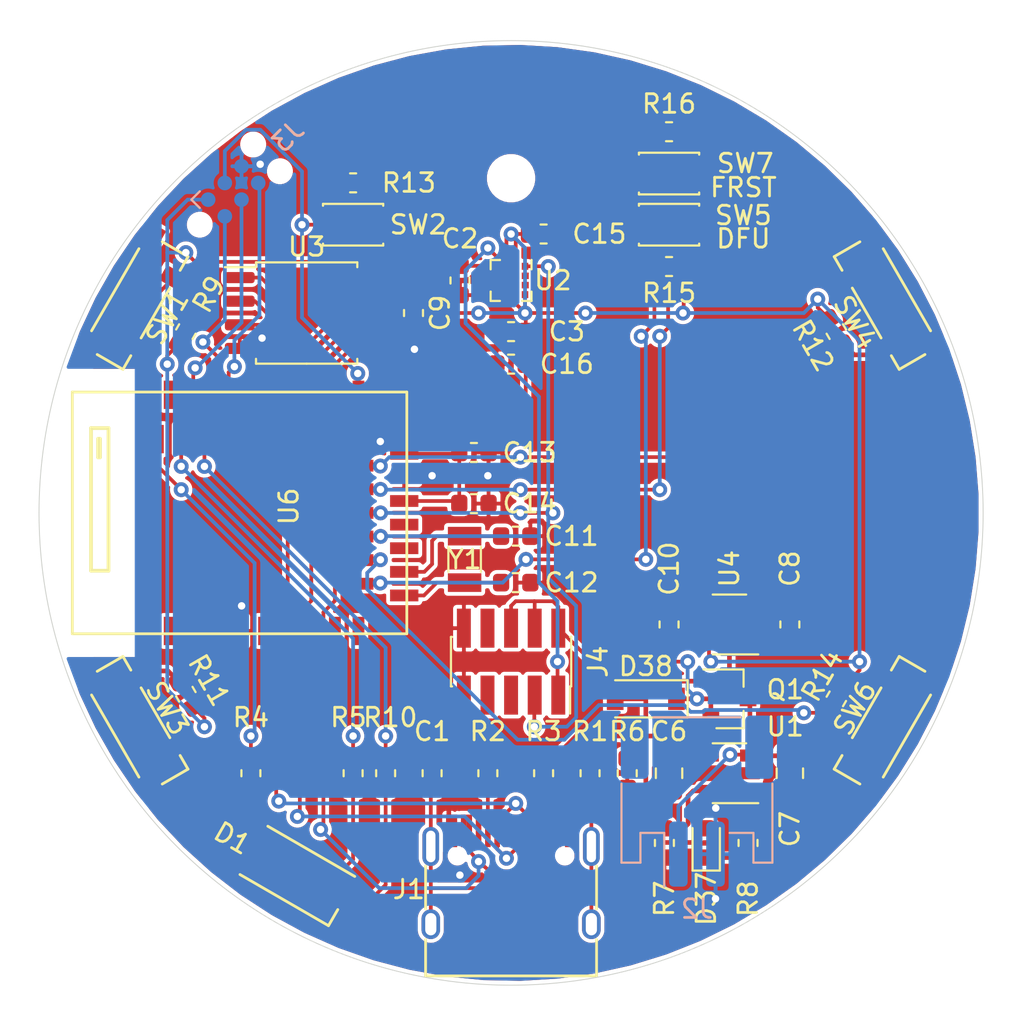
<source format=kicad_pcb>
(kicad_pcb (version 20171130) (host pcbnew "(5.1.5)-3")
  (layers (0 F.Cu signal) (31 B.Cu signal) (34 B.Paste user) (35 F.Paste user) (36 B.SilkS user) (37 F.SilkS user) (38 B.Mask user) (39 F.Mask user) (44 Edge.Cuts user))
  (net 0 "")
  (net 1 "Net-(C1-Pad1)")
  (net 2 GND)
  (net 3 "Net-(C2-Pad1)")
  (net 4 +3V3)
  (net 5 VCC)
  (net 6 /D-)
  (net 7 /D+)
  (net 8 "Net-(J1-PadB5)")
  (net 9 "Net-(J1-PadA5)")
  (net 10 VBUS)
  (net 11 /SDA)
  (net 12 /SCL)
  (net 13 "Net-(C7-Pad1)")
  (net 14 "Net-(D37-Pad1)")
  (net 15 "Net-(R7-Pad1)")
  (net 16 "Net-(R8-Pad2)")
  (net 17 /BUTTON1)
  (net 18 /BUTTON3)
  (net 19 /BUTTON4)
  (net 20 /BUTTON6)
  (net 21 /QSPI_CS)
  (net 22 /QSPI_D1)
  (net 23 /QSPI_D2)
  (net 24 /QSPI_D0)
  (net 25 /QSPI_SCK)
  (net 26 /QSPI_D3)
  (net 27 /SWD)
  (net 28 /SWC)
  (net 29 /SWO)
  (net 30 /RESET)
  (net 31 "Net-(C11-Pad1)")
  (net 32 "Net-(C12-Pad1)")
  (net 33 /STATUS_R)
  (net 34 /STATUS_G)
  (net 35 /STATUS_B)
  (net 36 "Net-(D1-Pad1)")
  (net 37 "Net-(D1-Pad2)")
  (net 38 "Net-(D1-Pad3)")
  (net 39 /DFU)
  (net 40 /FRST)
  (module buddy-compass-parts:USB_C_Receptacle_GT-USB-7010 (layer F.Cu) (at 50 70.25)
    (fp_text reference J1 (at -5.5 0) (layer F.SilkS))
    (fp_text value USB_C_Receptacle_USB2.0)
    (pad A12 smd rect (at 3.35 -3.15) (size 0.3 1.75) (layers F.Cu F.Paste F.Mask) (net 2 GND))
    (pad B1 smd rect (at 3.05 -3.15) (size 0.3 1.75) (layers F.Cu F.Paste F.Mask) (net 2 GND))
    (pad B4 smd rect (at 2.25 -3.15) (size 0.3 1.75) (layers F.Cu F.Paste F.Mask) (net 10 VBUS))
    (pad A9 smd rect (at 2.55 -3.15) (size 0.3 1.75) (layers F.Cu F.Paste F.Mask) (net 10 VBUS))
    (pad B9 smd rect (at -2.25 -3.15) (size 0.3 1.75) (layers F.Cu F.Paste F.Mask) (net 10 VBUS))
    (pad A4 smd rect (at -2.55 -3.15) (size 0.3 1.75) (layers F.Cu F.Paste F.Mask) (net 10 VBUS))
    (pad B12 smd rect (at -3.05 -3.15) (size 0.3 1.75) (layers F.Cu F.Paste F.Mask) (net 2 GND))
    (pad A1 smd rect (at -3.35 -3.15) (size 0.3 1.75) (layers F.Cu F.Paste F.Mask) (net 2 GND))
    (pad A6 smd rect (at -0.25 -3.15) (size 0.3 1.75) (layers F.Cu F.Paste F.Mask) (net 7 /D+))
    (pad A5 smd rect (at -1.25 -3.15) (size 0.3 1.75) (layers F.Cu F.Paste F.Mask) (net 9 "Net-(J1-PadA5)"))
    (pad B8 smd rect (at -1.75 -3.15) (size 0.3 1.75) (layers F.Cu F.Paste F.Mask))
    (pad B7 smd rect (at -0.75 -3.15) (size 0.3 1.75) (layers F.Cu F.Paste F.Mask) (net 6 /D-))
    (pad B5 smd rect (at 1.75 -3.15) (size 0.3 1.75) (layers F.Cu F.Paste F.Mask) (net 8 "Net-(J1-PadB5)"))
    (pad A8 smd rect (at 1.25 -3.15) (size 0.3 1.75) (layers F.Cu F.Paste F.Mask))
    (pad B6 smd rect (at 0.75 -3.15) (size 0.3 1.75) (layers F.Cu F.Paste F.Mask) (net 7 /D+))
    (pad A7 smd rect (at 0.25 -3.15) (size 0.3 1.75) (layers F.Cu F.Paste F.Mask) (net 6 /D-))
    (pad "" np_thru_hole circle (at 2.89 -1.81) (size 0.65 0.65) (drill 0.65) (layers *.Cu *.Mask))
    (pad "" np_thru_hole circle (at -2.89 -1.81) (size 0.65 0.65) (drill 0.65) (layers *.Cu *.Mask))
    (pad S1 thru_hole oval (at 4.32 -2.31) (size 0.9 2.1) (drill oval 0.5 1.7) (layers *.Cu *.Paste *.Mask) (net 1 "Net-(C1-Pad1)"))
    (pad S1 thru_hole oval (at -4.32 -2.31) (size 0.9 2.1) (drill oval 0.5 1.7) (layers *.Cu *.Paste *.Mask) (net 1 "Net-(C1-Pad1)"))
    (pad S1 thru_hole oval (at 4.32 1.87) (size 1 1.6) (drill oval 0.6 1.2) (layers *.Cu *.Paste *.Mask) (net 1 "Net-(C1-Pad1)"))
    (pad S1 thru_hole oval (at -4.32 1.87) (size 1 1.6) (drill oval 0.6 1.2) (layers *.Cu *.Paste *.Mask) (net 1 "Net-(C1-Pad1)"))
  )
  (module Package_SO:SOIC-8_5.23x5.23mm_P1.27mm (layer F.Cu) (at 39 39.25)
    (fp_text reference U3 (at 0 -3.56 180) (layer F.SilkS))
    (fp_text value W25Q32JVSS)
    (pad 1 smd roundrect (at -3.6 -1.905) (size 1.6 0.6) (layers F.Cu F.Paste F.Mask) (net 21 /QSPI_CS))
    (pad 2 smd roundrect (at -3.6 -0.635) (size 1.6 0.6) (layers F.Cu F.Paste F.Mask) (net 22 /QSPI_D1))
    (pad 3 smd roundrect (at -3.6 0.635) (size 1.6 0.6) (layers F.Cu F.Paste F.Mask) (net 23 /QSPI_D2))
    (pad 4 smd roundrect (at -3.6 1.905) (size 1.6 0.6) (layers F.Cu F.Paste F.Mask) (net 2 GND))
    (pad 5 smd roundrect (at 3.6 1.905) (size 1.6 0.6) (layers F.Cu F.Paste F.Mask) (net 24 /QSPI_D0))
    (pad 6 smd roundrect (at 3.6 0.635) (size 1.6 0.6) (layers F.Cu F.Paste F.Mask) (net 25 /QSPI_SCK))
    (pad 7 smd roundrect (at 3.6 -0.635) (size 1.6 0.6) (layers F.Cu F.Paste F.Mask) (net 26 /QSPI_D3))
    (pad 8 smd roundrect (at 3.6 -1.905) (size 1.6 0.6) (layers F.Cu F.Paste F.Mask) (net 4 +3V3))
  )
  (module Capacitor_SMD:C_0603_1608Metric (layer F.Cu) (at 44.75 39.25 270)
    (fp_text reference C9 (at 0 -1.43 90) (layer F.SilkS))
    (fp_text value 100n)
    (pad 1 smd roundrect (at -0.7875 0 270) (size 0.875 0.95) (layers F.Cu F.Paste F.Mask) (net 4 +3V3))
    (pad 2 smd roundrect (at 0.7875 0 270) (size 0.875 0.95) (layers F.Cu F.Paste F.Mask) (net 2 GND))
  )
  (module Crystal:Crystal_SMD_3215-2Pin_3.2x1.5mm (layer F.Cu) (at 47.5 52.5 270)
    (fp_text reference Y1 (at 0 0) (layer F.SilkS))
    (fp_text value 32.768KHz)
    (pad 1 smd rect (at 1.25 0 270) (size 1 1.8) (layers F.Cu F.Paste F.Mask) (net 32 "Net-(C12-Pad1)"))
    (pad 2 smd rect (at -1.25 0 270) (size 1 1.8) (layers F.Cu F.Paste F.Mask) (net 31 "Net-(C11-Pad1)"))
  )
  (module Connector:Tag-Connect_TC2030-IDC-NL_2x03_P1.27mm_Vertical (layer B.Cu) (at 35.046051 32.703949 45)
    (fp_text reference J3 (at 4.177515 0 45) (layer B.SilkS) (effects (justify mirror)))
    (fp_text value Conn_02x03_Odd_Even)
    (pad "" np_thru_hole circle (at 2.54 1.016 45) (size 0.9906 0.9906) (drill 0.9906) (layers *.Cu *.Mask))
    (pad "" np_thru_hole circle (at 2.54 -1.016 45) (size 0.9906 0.9906) (drill 0.9906) (layers *.Cu *.Mask))
    (pad "" np_thru_hole circle (at -2.54 0 45) (size 0.9906 0.9906) (drill 0.9906) (layers *.Cu *.Mask))
    (pad 1 connect circle (at -1.27 -0.635 45) (size 0.7874 0.7874) (layers B.Cu B.Mask) (net 4 +3V3))
    (pad 2 connect circle (at -1.27 0.635 45) (size 0.7874 0.7874) (layers B.Cu B.Mask) (net 27 /SWD))
    (pad 3 connect circle (at 0 -0.635 45) (size 0.7874 0.7874) (layers B.Cu B.Mask) (net 30 /RESET))
    (pad 4 connect circle (at 0 0.635 45) (size 0.7874 0.7874) (layers B.Cu B.Mask) (net 28 /SWC))
    (pad 5 connect circle (at 1.27 -0.635 45) (size 0.7874 0.7874) (layers B.Cu B.Mask) (net 2 GND))
    (pad 6 connect circle (at 1.27 0.635 45) (size 0.7874 0.7874) (layers B.Cu B.Mask) (net 29 /SWO))
  )
  (module Resistor_SMD:R_0603_1608Metric (layer F.Cu) (at 58.25 67.75 270)
    (fp_text reference R7 (at 3 0 270) (layer F.SilkS))
    (fp_text value 2K)
    (pad 1 smd roundrect (at -0.7875 0 270) (size 0.875 0.95) (layers F.Cu F.Paste F.Mask) (net 15 "Net-(R7-Pad1)"))
    (pad 2 smd roundrect (at 0.7875 0 270) (size 0.875 0.95) (layers F.Cu F.Paste F.Mask) (net 2 GND))
  )
  (module Capacitor_SMD:C_0603_1608Metric (layer F.Cu) (at 50 40.25 180)
    (fp_text reference C3 (at -3 0) (layer F.SilkS))
    (fp_text value 100n)
    (pad 2 smd roundrect (at 0.7875 0 180) (size 0.875 0.95) (layers F.Cu F.Paste F.Mask) (net 2 GND))
    (pad 1 smd roundrect (at -0.7875 0 180) (size 0.875 0.95) (layers F.Cu F.Paste F.Mask) (net 4 +3V3))
  )
  (module Capacitor_SMD:C_0603_1608Metric (layer F.Cu) (at 45.75 64 90)
    (fp_text reference C1 (at 2.25 0) (layer F.SilkS))
    (fp_text value 100n)
    (pad 1 smd roundrect (at -0.7875 0 90) (size 0.875 0.95) (layers F.Cu F.Paste F.Mask) (net 1 "Net-(C1-Pad1)"))
    (pad 2 smd roundrect (at 0.7875 0 90) (size 0.875 0.95) (layers F.Cu F.Paste F.Mask) (net 2 GND))
  )
  (module Capacitor_SMD:C_0603_1608Metric (layer F.Cu) (at 47.25 37.5 270)
    (fp_text reference C2 (at -2.25 0 180) (layer F.SilkS))
    (fp_text value 220n)
    (pad 1 smd roundrect (at -0.7875 0 270) (size 0.875 0.95) (layers F.Cu F.Paste F.Mask) (net 3 "Net-(C2-Pad1)"))
    (pad 2 smd roundrect (at 0.7875 0 270) (size 0.875 0.95) (layers F.Cu F.Paste F.Mask) (net 2 GND))
  )
  (module Resistor_SMD:R_0603_1608Metric (layer F.Cu) (at 54.25 64 90)
    (fp_text reference R1 (at 2.25 0) (layer F.SilkS))
    (fp_text value 1M)
    (pad 1 smd roundrect (at -0.7875 0 90) (size 0.875 0.95) (layers F.Cu F.Paste F.Mask) (net 1 "Net-(C1-Pad1)"))
    (pad 2 smd roundrect (at 0.7875 0 90) (size 0.875 0.95) (layers F.Cu F.Paste F.Mask) (net 2 GND))
  )
  (module Resistor_SMD:R_0603_1608Metric (layer F.Cu) (at 48.75 64 90)
    (fp_text reference R2 (at 2.25 0) (layer F.SilkS))
    (fp_text value 5.1K)
    (pad 1 smd roundrect (at -0.7875 0 90) (size 0.875 0.95) (layers F.Cu F.Paste F.Mask) (net 9 "Net-(J1-PadA5)"))
    (pad 2 smd roundrect (at 0.7875 0 90) (size 0.875 0.95) (layers F.Cu F.Paste F.Mask) (net 2 GND))
  )
  (module Resistor_SMD:R_0603_1608Metric (layer F.Cu) (at 51.75 64 90)
    (fp_text reference R3 (at 2.25 0) (layer F.SilkS))
    (fp_text value 5.1K)
    (pad 2 smd roundrect (at 0.7875 0 90) (size 0.875 0.95) (layers F.Cu F.Paste F.Mask) (net 2 GND))
    (pad 1 smd roundrect (at -0.7875 0 90) (size 0.875 0.95) (layers F.Cu F.Paste F.Mask) (net 8 "Net-(J1-PadB5)"))
  )
  (module Package_TO_SOT_SMD:SOT-23-5 (layer F.Cu) (at 61.75 64 180)
    (fp_text reference U1 (at -3 2.5) (layer F.SilkS))
    (fp_text value MCP73831-2-OT)
    (pad 1 smd rect (at -1.1 -0.95 180) (size 1.06 0.65) (layers F.Cu F.Paste F.Mask) (net 16 "Net-(R8-Pad2)"))
    (pad 2 smd rect (at -1.1 0 180) (size 1.06 0.65) (layers F.Cu F.Paste F.Mask) (net 2 GND))
    (pad 3 smd rect (at -1.1 0.95 180) (size 1.06 0.65) (layers F.Cu F.Paste F.Mask) (net 13 "Net-(C7-Pad1)"))
    (pad 4 smd rect (at 1.1 0.95 180) (size 1.06 0.65) (layers F.Cu F.Paste F.Mask) (net 10 VBUS))
    (pad 5 smd rect (at 1.1 -0.95 180) (size 1.06 0.65) (layers F.Cu F.Paste F.Mask) (net 15 "Net-(R7-Pad1)"))
  )
  (module Housings_LGA:LGA-12_2x2mm_Pitch0.5mm (layer F.Cu) (at 50 37.5 270)
    (fp_text reference U2 (at 0 -2.25 180) (layer F.SilkS))
    (fp_text value LSM303C)
    (pad 2 smd rect (at -0.7625 -0.25 270) (size 0.375 0.35) (layers F.Cu F.Paste F.Mask) (net 4 +3V3))
    (pad 3 smd rect (at -0.7625 0.25 270) (size 0.375 0.35) (layers F.Cu F.Paste F.Mask) (net 4 +3V3))
    (pad 9 smd rect (at 0.7625 -0.25 270) (size 0.375 0.35) (layers F.Cu F.Paste F.Mask) (net 4 +3V3))
    (pad 8 smd rect (at 0.7625 0.25 270) (size 0.375 0.35) (layers F.Cu F.Paste F.Mask) (net 2 GND))
    (pad 4 smd rect (at -0.7625 0.75 270) (size 0.375 0.35) (layers F.Cu F.Paste F.Mask) (net 11 /SDA))
    (pad 7 smd rect (at 0.7625 0.75 270) (size 0.375 0.35) (layers F.Cu F.Paste F.Mask))
    (pad 1 smd rect (at -0.7625 -0.75 270) (size 0.375 0.35) (layers F.Cu F.Paste F.Mask) (net 12 /SCL))
    (pad 10 smd rect (at 0.7625 -0.75 270) (size 0.375 0.35) (layers F.Cu F.Paste F.Mask) (net 4 +3V3))
    (pad 5 smd rect (at -0.25 0.7625) (size 0.375 0.35) (layers F.Cu F.Paste F.Mask) (net 3 "Net-(C2-Pad1)"))
    (pad 6 smd rect (at 0.25 0.7625) (size 0.375 0.35) (layers F.Cu F.Paste F.Mask) (net 2 GND))
    (pad 11 smd rect (at 0.25 -0.7625) (size 0.375 0.35) (layers F.Cu F.Paste F.Mask))
    (pad 12 smd rect (at -0.25 -0.7625) (size 0.375 0.35) (layers F.Cu F.Paste F.Mask))
  )
  (module Package_TO_SOT_SMD:SOT-23-5 (layer F.Cu) (at 61.75 56 180)
    (fp_text reference U4 (at 0 3 270) (layer F.SilkS))
    (fp_text value MIC5504-3.3YM5)
    (pad 5 smd rect (at 1.1 -0.95 180) (size 1.06 0.65) (layers F.Cu F.Paste F.Mask) (net 4 +3V3))
    (pad 4 smd rect (at 1.1 0.95 180) (size 1.06 0.65) (layers F.Cu F.Paste F.Mask))
    (pad 3 smd rect (at -1.1 0.95 180) (size 1.06 0.65) (layers F.Cu F.Paste F.Mask) (net 5 VCC))
    (pad 2 smd rect (at -1.1 0 180) (size 1.06 0.65) (layers F.Cu F.Paste F.Mask) (net 2 GND))
    (pad 1 smd rect (at -1.1 -0.95 180) (size 1.06 0.65) (layers F.Cu F.Paste F.Mask) (net 5 VCC))
  )
  (module Capacitor_SMD:C_0805_2012Metric (layer F.Cu) (at 58.5 64 270)
    (fp_text reference C6 (at -2.25 0 180) (layer F.SilkS))
    (fp_text value 4.7u)
    (pad 2 smd roundrect (at 0.9375 0 270) (size 0.975 1.4) (layers F.Cu F.Paste F.Mask) (net 2 GND))
    (pad 1 smd roundrect (at -0.9375 0 270) (size 0.975 1.4) (layers F.Cu F.Paste F.Mask) (net 10 VBUS))
  )
  (module Capacitor_SMD:C_0805_2012Metric (layer F.Cu) (at 65 64 270)
    (fp_text reference C7 (at 3 0 270) (layer F.SilkS))
    (fp_text value 4.7u)
    (pad 1 smd roundrect (at -0.9375 0 270) (size 0.975 1.4) (layers F.Cu F.Paste F.Mask) (net 13 "Net-(C7-Pad1)"))
    (pad 2 smd roundrect (at 0.9375 0 270) (size 0.975 1.4) (layers F.Cu F.Paste F.Mask) (net 2 GND))
  )
  (module Capacitor_SMD:C_0603_1608Metric (layer F.Cu) (at 65 56 90)
    (fp_text reference C8 (at 3 0 270) (layer F.SilkS))
    (fp_text value 1u)
    (pad 2 smd roundrect (at 0.7875 0 90) (size 0.875 0.95) (layers F.Cu F.Paste F.Mask) (net 2 GND))
    (pad 1 smd roundrect (at -0.7875 0 90) (size 0.875 0.95) (layers F.Cu F.Paste F.Mask) (net 5 VCC))
  )
  (module Capacitor_SMD:C_0603_1608Metric (layer F.Cu) (at 58.5 56 90)
    (fp_text reference C10 (at 3 0 270) (layer F.SilkS))
    (fp_text value 1u)
    (pad 1 smd roundrect (at -0.7875 0 90) (size 0.875 0.95) (layers F.Cu F.Paste F.Mask) (net 4 +3V3))
    (pad 2 smd roundrect (at 0.7875 0 90) (size 0.875 0.95) (layers F.Cu F.Paste F.Mask) (net 2 GND))
  )
  (module LED_SMD:LED_0603_1608Metric (layer F.Cu) (at 60.5 67.75 90)
    (fp_text reference D37 (at -3 0 270) (layer F.SilkS))
    (fp_text value LED)
    (pad 1 smd roundrect (at -0.7875 0 90) (size 0.875 0.95) (layers F.Cu F.Paste F.Mask) (net 14 "Net-(D37-Pad1)"))
    (pad 2 smd roundrect (at 0.7875 0 90) (size 0.875 0.95) (layers F.Cu F.Paste F.Mask) (net 10 VBUS))
  )
  (module Diode_SMD:D_SOD-123 (layer F.Cu) (at 57.25 60 180)
    (fp_text reference D38 (at 0 1.75) (layer F.SilkS))
    (fp_text value MBR0520)
    (pad 1 smd rect (at -1.65 0 180) (size 0.9 1.2) (layers F.Cu F.Paste F.Mask) (net 5 VCC))
    (pad 2 smd rect (at 1.65 0 180) (size 0.9 1.2) (layers F.Cu F.Paste F.Mask) (net 10 VBUS))
  )
  (module Connector_JST:JST_PH_S2B-PH-SM4-TB_1x02-1MP_P2.00mm_Horizontal (layer B.Cu) (at 60 65.5)
    (fp_text reference J2 (at 0 5.8) (layer B.SilkS) (effects (justify mirror)))
    (fp_text value Conn_01x02)
    (pad 1 smd roundrect (at -1 2.85) (size 1 3.5) (layers B.Cu B.Paste B.Mask) (net 13 "Net-(C7-Pad1)"))
    (pad 2 smd roundrect (at 1 2.85) (size 1 3.5) (layers B.Cu B.Paste B.Mask) (net 2 GND))
    (pad MP smd roundrect (at -3.35 -2.9) (size 1.5 3.4) (layers B.Cu B.Paste B.Mask) (roundrect_rratio 0.166667))
    (pad MP smd roundrect (at 3.35 -2.9) (size 1.5 3.4) (layers B.Cu B.Paste B.Mask) (roundrect_rratio 0.166667))
  )
  (module Package_TO_SOT_SMD:SOT-23 (layer F.Cu) (at 61.75 60)
    (fp_text reference Q1 (at 3 -0.5) (layer F.SilkS))
    (fp_text value DMG2301L)
    (pad 1 smd rect (at -1 -0.95) (size 0.9 0.8) (layers F.Cu F.Paste F.Mask) (net 10 VBUS))
    (pad 2 smd rect (at -1 0.95) (size 0.9 0.8) (layers F.Cu F.Paste F.Mask) (net 5 VCC))
    (pad 3 smd rect (at 1 0) (size 0.9 0.8) (layers F.Cu F.Paste F.Mask) (net 13 "Net-(C7-Pad1)"))
  )
  (module Resistor_SMD:R_0603_1608Metric (layer F.Cu) (at 56.25 64 270)
    (fp_text reference R6 (at -2.25 0 180) (layer F.SilkS))
    (fp_text value 100K)
    (pad 1 smd roundrect (at -0.7875 0 270) (size 0.875 0.95) (layers F.Cu F.Paste F.Mask) (net 10 VBUS))
    (pad 2 smd roundrect (at 0.7875 0 270) (size 0.875 0.95) (layers F.Cu F.Paste F.Mask) (net 2 GND))
  )
  (module Resistor_SMD:R_0603_1608Metric (layer F.Cu) (at 62.75 67.75 90)
    (fp_text reference R8 (at -3 0 270) (layer F.SilkS))
    (fp_text value 1K)
    (pad 2 smd roundrect (at 0.7875 0 90) (size 0.875 0.95) (layers F.Cu F.Paste F.Mask) (net 16 "Net-(R8-Pad2)"))
    (pad 1 smd roundrect (at -0.7875 0 90) (size 0.875 0.95) (layers F.Cu F.Paste F.Mask) (net 14 "Net-(D37-Pad1)"))
  )
  (module Resistor_SMD:R_0603_1608Metric (layer F.Cu) (at 32.5 40.25 60)
    (fp_text reference R9 (at 2.357051 0.082532 240) (layer F.SilkS))
    (fp_text value 47K)
    (pad 1 smd roundrect (at -0.7875 0 60) (size 0.875 0.95) (layers F.Cu F.Paste F.Mask) (net 4 +3V3))
    (pad 2 smd roundrect (at 0.7875 0 60) (size 0.875 0.95) (layers F.Cu F.Paste F.Mask) (net 17 /BUTTON1))
  )
  (module Resistor_SMD:R_0603_1608Metric (layer F.Cu) (at 32.5 59.75 120)
    (fp_text reference R11 (at 0.024519 1.457532 300) (layer F.SilkS))
    (fp_text value 47K)
    (pad 1 smd roundrect (at -0.7875 0 120) (size 0.875 0.95) (layers F.Cu F.Paste F.Mask) (net 4 +3V3))
    (pad 2 smd roundrect (at 0.7875 0 120) (size 0.875 0.95) (layers F.Cu F.Paste F.Mask) (net 18 /BUTTON3))
  )
  (module Resistor_SMD:R_0603_1608Metric (layer F.Cu) (at 67.5 40.25 300)
    (fp_text reference R12 (at 0.024519 1.457532 300) (layer F.SilkS))
    (fp_text value 47K)
    (pad 2 smd roundrect (at 0.7875 0 300) (size 0.875 0.95) (layers F.Cu F.Paste F.Mask) (net 19 /BUTTON4))
    (pad 1 smd roundrect (at -0.7875 0 300) (size 0.875 0.95) (layers F.Cu F.Paste F.Mask) (net 4 +3V3))
  )
  (module Resistor_SMD:R_0603_1608Metric (layer F.Cu) (at 67.5 60 240)
    (fp_text reference R14 (at -0.707532 1.274519 240) (layer F.SilkS))
    (fp_text value 47K)
    (pad 2 smd roundrect (at 0.7875 0 240) (size 0.875 0.95) (layers F.Cu F.Paste F.Mask) (net 20 /BUTTON6))
    (pad 1 smd roundrect (at -0.7875 0 240) (size 0.875 0.95) (layers F.Cu F.Paste F.Mask) (net 4 +3V3))
  )
  (module buddy-compass-parts:TS-1236VW (layer F.Cu) (at 30 38.75 240)
    (fp_text reference SW1 (at -0.100481 -1.674038 240) (layer F.SilkS))
    (fp_text value SW_Push)
    (pad 2 smd rect (at 2.1 -0.9 240) (size 0.9 1.3) (layers F.Cu F.Paste F.Mask) (net 2 GND))
    (pad M smd rect (at 3.375 1.15 240) (size 1.45 0.9) (layers F.Cu F.Paste F.Mask))
    (pad M smd rect (at -3.375 1.15 240) (size 1.45 0.9) (layers F.Cu F.Paste F.Mask))
    (pad 1 smd rect (at -2.1 -0.9 240) (size 0.9 1.3) (layers F.Cu F.Paste F.Mask) (net 17 /BUTTON1))
  )
  (module buddy-compass-parts:TS-1236VW (layer F.Cu) (at 30 61.25 300)
    (fp_text reference SW3 (at 0.100481 -1.674038 300) (layer F.SilkS))
    (fp_text value SW_Push)
    (pad 1 smd rect (at -2.1 -0.9 300) (size 0.9 1.3) (layers F.Cu F.Paste F.Mask) (net 18 /BUTTON3))
    (pad M smd rect (at -3.375 1.15 300) (size 1.45 0.9) (layers F.Cu F.Paste F.Mask))
    (pad M smd rect (at 3.375 1.15 300) (size 1.45 0.9) (layers F.Cu F.Paste F.Mask))
    (pad 2 smd rect (at 2.1 -0.9 300) (size 0.9 1.3) (layers F.Cu F.Paste F.Mask) (net 2 GND))
  )
  (module buddy-compass-parts:TS-1236VW (layer F.Cu) (at 70 38.75 120)
    (fp_text reference SW4 (at -0.116025 -1.799038 300) (layer F.SilkS))
    (fp_text value SW_Push)
    (pad 2 smd rect (at 2.1 -0.9 120) (size 0.9 1.3) (layers F.Cu F.Paste F.Mask) (net 2 GND))
    (pad M smd rect (at 3.375 1.15 120) (size 1.45 0.9) (layers F.Cu F.Paste F.Mask))
    (pad M smd rect (at -3.375 1.15 120) (size 1.45 0.9) (layers F.Cu F.Paste F.Mask))
    (pad 1 smd rect (at -2.1 -0.9 120) (size 0.9 1.3) (layers F.Cu F.Paste F.Mask) (net 19 /BUTTON4))
  )
  (module buddy-compass-parts:TS-1236VW (layer F.Cu) (at 70 61.25 60)
    (fp_text reference SW6 (at -0.100481 -1.674038 240) (layer F.SilkS))
    (fp_text value SW_Push)
    (pad 2 smd rect (at 2.1 -0.9 60) (size 0.9 1.3) (layers F.Cu F.Paste F.Mask) (net 2 GND))
    (pad M smd rect (at 3.375 1.15 60) (size 1.45 0.9) (layers F.Cu F.Paste F.Mask))
    (pad M smd rect (at -3.375 1.15 60) (size 1.45 0.9) (layers F.Cu F.Paste F.Mask))
    (pad 1 smd rect (at -2.1 -0.9 60) (size 0.9 1.3) (layers F.Cu F.Paste F.Mask) (net 20 /BUTTON6))
  )
  (module buddy-compass-parts:E73-2G4M08S1C (layer F.Cu) (at 35.5 50 90)
    (fp_text reference U6 (at 0.35 2.54 90) (layer F.SilkS))
    (fp_text value E73-2G4M08S1C)
    (pad 42 smd rect (at 3.969 -4.505 270) (size 1.524 0.635) (layers F.Cu F.Paste F.Mask) (net 35 /STATUS_B))
    (pad 40 smd rect (at 3.969 -3.235 270) (size 1.524 0.635) (layers F.Cu F.Paste F.Mask) (net 34 /STATUS_G))
    (pad 38 smd rect (at 3.969 -1.965 270) (size 1.524 0.635) (layers F.Cu F.Paste F.Mask) (net 33 /STATUS_R))
    (pad 36 smd rect (at 3.969 -0.695 270) (size 1.524 0.635) (layers F.Cu F.Paste F.Mask) (net 29 /SWO))
    (pad 34 smd rect (at 3.969 0.575 270) (size 1.524 0.635) (layers F.Cu F.Paste F.Mask) (net 22 /QSPI_D1))
    (pad 32 smd rect (at 3.969 1.845 270) (size 1.524 0.635) (layers F.Cu F.Paste F.Mask) (net 26 /QSPI_D3))
    (pad 30 smd rect (at 3.969 3.115 270) (size 1.524 0.635) (layers F.Cu F.Paste F.Mask) (net 25 /QSPI_SCK))
    (pad 28 smd rect (at 3.969 4.385 270) (size 1.524 0.635) (layers F.Cu F.Paste F.Mask) (net 24 /QSPI_D0))
    (pad 24 smd rect (at 3.81 6.33 180) (size 1.524 0.635) (layers F.Cu F.Paste F.Mask) (net 2 GND))
    (pad 22 smd rect (at 2.54 6.33 180) (size 1.524 0.635) (layers F.Cu F.Paste F.Mask) (net 19 /BUTTON4))
    (pad 20 smd rect (at 1.27 6.33 180) (size 1.524 0.635) (layers F.Cu F.Paste F.Mask) (net 40 /FRST))
    (pad 18 smd rect (at 0 6.33 180) (size 1.524 0.635) (layers F.Cu F.Paste F.Mask) (net 12 /SCL))
    (pad 16 smd rect (at -1.27 6.33 180) (size 1.524 0.635) (layers F.Cu F.Paste F.Mask) (net 11 /SDA))
    (pad 14 smd rect (at -2.54 6.33 180) (size 1.524 0.635) (layers F.Cu F.Paste F.Mask) (net 20 /BUTTON6))
    (pad 12 smd rect (at -3.81 6.33 180) (size 1.524 0.635) (layers F.Cu F.Paste F.Mask) (net 39 /DFU))
    (pad 25 smd rect (at 4.45 8.75 180) (size 1.524 0.635) (layers F.Cu F.Paste F.Mask))
    (pad 23 smd rect (at 3.18 8.75 180) (size 1.524 0.635) (layers F.Cu F.Paste F.Mask) (net 4 +3V3))
    (pad 21 smd rect (at 1.91 8.75 180) (size 1.524 0.635) (layers F.Cu F.Paste F.Mask) (net 2 GND))
    (pad 19 smd rect (at 0.64 8.75 180) (size 1.524 0.635) (layers F.Cu F.Paste F.Mask) (net 4 +3V3))
    (pad 17 smd rect (at -0.63 8.75 180) (size 1.524 0.635) (layers F.Cu F.Paste F.Mask))
    (pad 15 smd rect (at -1.9 8.75 180) (size 1.524 0.635) (layers F.Cu F.Paste F.Mask))
    (pad 13 smd rect (at -3.17 8.75 180) (size 1.524 0.635) (layers F.Cu F.Paste F.Mask) (net 31 "Net-(C11-Pad1)"))
    (pad 11 smd rect (at -4.44 8.75 180) (size 1.524 0.635) (layers F.Cu F.Paste F.Mask) (net 32 "Net-(C12-Pad1)"))
    (pad 2 smd rect (at -6.35 -3.87 90) (size 1.524 0.635) (layers F.Cu F.Paste F.Mask))
    (pad 1 smd rect (at -6.35 -5.14 90) (size 1.524 0.635) (layers F.Cu F.Paste F.Mask) (net 18 /BUTTON3))
    (pad 3 smd rect (at -6.35 -2.6 90) (size 1.524 0.635) (layers F.Cu F.Paste F.Mask))
    (pad 4 smd rect (at -6.35 -1.33 90) (size 1.524 0.635) (layers F.Cu F.Paste F.Mask))
    (pad 5 smd rect (at -6.35 -0.06 90) (size 1.524 0.635) (layers F.Cu F.Paste F.Mask) (net 2 GND))
    (pad 7 smd rect (at -6.35 2.48 90) (size 1.524 0.635) (layers F.Cu F.Paste F.Mask))
    (pad 8 smd rect (at -6.35 3.75 90) (size 1.524 0.635) (layers F.Cu F.Paste F.Mask))
    (pad 6 smd rect (at -6.35 1.21 90) (size 1.524 0.635) (layers F.Cu F.Paste F.Mask))
    (pad 9 smd rect (at -6.35 5.02 90) (size 1.524 0.635) (layers F.Cu F.Paste F.Mask))
    (pad 10 smd rect (at -6.35 6.29 90) (size 1.524 0.635) (layers F.Cu F.Paste F.Mask))
    (pad 41 smd rect (at 6.35 -3.87 90) (size 1.524 0.635) (layers F.Cu F.Paste F.Mask))
    (pad 43 smd rect (at 6.35 -5.14 90) (size 1.524 0.635) (layers F.Cu F.Paste F.Mask) (net 17 /BUTTON1))
    (pad 39 smd rect (at 6.35 -2.6 90) (size 1.524 0.635) (layers F.Cu F.Paste F.Mask) (net 28 /SWC))
    (pad 37 smd rect (at 6.35 -1.33 90) (size 1.524 0.635) (layers F.Cu F.Paste F.Mask) (net 27 /SWD))
    (pad 35 smd rect (at 6.35 -0.06 90) (size 1.524 0.635) (layers F.Cu F.Paste F.Mask) (net 23 /QSPI_D2))
    (pad 33 smd rect (at 6.35 1.21 90) (size 1.524 0.635) (layers F.Cu F.Paste F.Mask) (net 21 /QSPI_CS))
    (pad 31 smd rect (at 6.35 2.48 90) (size 1.524 0.635) (layers F.Cu F.Paste F.Mask) (net 7 /D+))
    (pad 29 smd rect (at 6.35 3.75 90) (size 1.524 0.635) (layers F.Cu F.Paste F.Mask) (net 6 /D-))
    (pad 27 smd rect (at 6.35 5.02 90) (size 1.524 0.635) (layers F.Cu F.Paste F.Mask) (net 10 VBUS))
    (pad 26 smd rect (at 6.35 6.29 90) (size 1.524 0.635) (layers F.Cu F.Paste F.Mask) (net 30 /RESET))
  )
  (module Capacitor_SMD:C_0603_1608Metric (layer F.Cu) (at 50.25 51.25)
    (fp_text reference C11 (at 3 0) (layer F.SilkS))
    (fp_text value 12p)
    (pad 2 smd roundrect (at 0.7875 0) (size 0.875 0.95) (layers F.Cu F.Paste F.Mask) (net 2 GND))
    (pad 1 smd roundrect (at -0.7875 0) (size 0.875 0.95) (layers F.Cu F.Paste F.Mask) (net 31 "Net-(C11-Pad1)"))
  )
  (module Capacitor_SMD:C_0603_1608Metric (layer F.Cu) (at 50.25 53.75)
    (fp_text reference C12 (at 3 0) (layer F.SilkS))
    (fp_text value 12p)
    (pad 1 smd roundrect (at -0.7875 0) (size 0.875 0.95) (layers F.Cu F.Paste F.Mask) (net 32 "Net-(C12-Pad1)"))
    (pad 2 smd roundrect (at 0.7875 0) (size 0.875 0.95) (layers F.Cu F.Paste F.Mask) (net 2 GND))
  )
  (module Capacitor_SMD:C_0603_1608Metric (layer F.Cu) (at 48 46.75)
    (fp_text reference C13 (at 3 0 180) (layer F.SilkS))
    (fp_text value 1u)
    (pad 1 smd roundrect (at -0.7875 0) (size 0.875 0.95) (layers F.Cu F.Paste F.Mask) (net 4 +3V3))
    (pad 2 smd roundrect (at 0.7875 0) (size 0.875 0.95) (layers F.Cu F.Paste F.Mask) (net 2 GND))
  )
  (module Capacitor_SMD:C_0603_1608Metric (layer F.Cu) (at 48 49.5)
    (fp_text reference C14 (at 3 0 180) (layer F.SilkS))
    (fp_text value 100n)
    (pad 2 smd roundrect (at 0.7875 0) (size 0.875 0.95) (layers F.Cu F.Paste F.Mask) (net 2 GND))
    (pad 1 smd roundrect (at -0.7875 0) (size 0.875 0.95) (layers F.Cu F.Paste F.Mask) (net 4 +3V3))
  )
  (module Capacitor_SMD:C_0603_1608Metric (layer F.Cu) (at 51.75 35)
    (fp_text reference C15 (at 3 0) (layer F.SilkS))
    (fp_text value 100n)
    (pad 2 smd roundrect (at 0.7875 0) (size 0.875 0.95) (layers F.Cu F.Paste F.Mask) (net 2 GND))
    (pad 1 smd roundrect (at -0.7875 0) (size 0.875 0.95) (layers F.Cu F.Paste F.Mask) (net 4 +3V3))
  )
  (module Capacitor_SMD:C_0603_1608Metric (layer F.Cu) (at 50 42 180)
    (fp_text reference C16 (at -3 0) (layer F.SilkS))
    (fp_text value 1u)
    (pad 1 smd roundrect (at -0.7875 0 180) (size 0.875 0.95) (layers F.Cu F.Paste F.Mask) (net 4 +3V3))
    (pad 2 smd roundrect (at 0.7875 0 180) (size 0.875 0.95) (layers F.Cu F.Paste F.Mask) (net 2 GND))
  )
  (module MountingHole:MountingHole_2.2mm_M2_DIN965 (layer F.Cu) (at 50 32)
    (fp_text reference H1 hide)
    (fp_text value MountingHole)
    (pad 1 np_thru_hole circle (at 0 0) (size 2.2 2.2) (drill 2.2) (layers *.Cu *.Mask))
  )
  (module Connector_PinSocket_1.27mm:PinSocket_2x05_P1.27mm_Vertical_SMD (layer F.Cu) (at 50 58 270)
    (fp_text reference J4 (at 0 -4.675 90) (layer F.SilkS))
    (fp_text value Conn_02x05_Odd_Even)
    (pad 1 smd rect (at 1.8 -2.54 270) (size 2.1 0.75) (layers F.Cu F.Paste F.Mask) (net 11 /SDA))
    (pad 2 smd rect (at -1.8 -2.54 270) (size 2.1 0.75) (layers F.Cu F.Paste F.Mask) (net 5 VCC))
    (pad 3 smd rect (at 1.8 -1.27 270) (size 2.1 0.75) (layers F.Cu F.Paste F.Mask) (net 12 /SCL))
    (pad 4 smd rect (at -1.8 -1.27 270) (size 2.1 0.75) (layers F.Cu F.Paste F.Mask) (net 5 VCC))
    (pad 5 smd rect (at 1.8 0 270) (size 2.1 0.75) (layers F.Cu F.Paste F.Mask))
    (pad 6 smd rect (at -1.8 0 270) (size 2.1 0.75) (layers F.Cu F.Paste F.Mask) (net 5 VCC))
    (pad 7 smd rect (at 1.8 1.27 270) (size 2.1 0.75) (layers F.Cu F.Paste F.Mask))
    (pad 8 smd rect (at -1.8 1.27 270) (size 2.1 0.75) (layers F.Cu F.Paste F.Mask))
    (pad 9 smd rect (at 1.8 2.54 270) (size 2.1 0.75) (layers F.Cu F.Paste F.Mask) (net 2 GND))
    (pad 10 smd rect (at -1.8 2.54 270) (size 2.1 0.75) (layers F.Cu F.Paste F.Mask) (net 2 GND))
  )
  (module LED_SMD:LED_RGB_1210 (layer F.Cu) (at 38.5 69.5 150)
    (fp_text reference D1 (at 4.031089 -0.017949 150) (layer F.SilkS))
    (fp_text value LED_RGBC)
    (pad 1 smd rect (at -1.75 -0.7 330) (size 1.5 1) (layers F.Cu F.Paste F.Mask) (net 36 "Net-(D1-Pad1)"))
    (pad 2 smd rect (at -1.75 0.7 330) (size 1.5 1) (layers F.Cu F.Paste F.Mask) (net 37 "Net-(D1-Pad2)"))
    (pad 4 smd rect (at 1.75 -0.7 330) (size 1.5 1) (layers F.Cu F.Paste F.Mask) (net 2 GND))
    (pad 3 smd rect (at 1.75 0.7 330) (size 1.5 1) (layers F.Cu F.Paste F.Mask) (net 38 "Net-(D1-Pad3)"))
  )
  (module Resistor_SMD:R_0603_1608Metric (layer F.Cu) (at 36 64 270)
    (fp_text reference R4 (at -3 0 180) (layer F.SilkS))
    (fp_text value 220)
    (pad 1 smd roundrect (at -0.7875 0 270) (size 0.875 0.95) (layers F.Cu F.Paste F.Mask) (net 35 /STATUS_B))
    (pad 2 smd roundrect (at 0.7875 0 270) (size 0.875 0.95) (layers F.Cu F.Paste F.Mask) (net 38 "Net-(D1-Pad3)"))
  )
  (module Resistor_SMD:R_0603_1608Metric (layer F.Cu) (at 41.5 64 270)
    (fp_text reference R5 (at -3 0.25 180) (layer F.SilkS))
    (fp_text value 220)
    (pad 2 smd roundrect (at 0.7875 0 270) (size 0.875 0.95) (layers F.Cu F.Paste F.Mask) (net 37 "Net-(D1-Pad2)"))
    (pad 1 smd roundrect (at -0.7875 0 270) (size 0.875 0.95) (layers F.Cu F.Paste F.Mask) (net 34 /STATUS_G))
  )
  (module Resistor_SMD:R_0603_1608Metric (layer F.Cu) (at 43.25 64 270)
    (fp_text reference R10 (at -3 -0.25 180) (layer F.SilkS))
    (fp_text value 220)
    (pad 1 smd roundrect (at -0.7875 0 270) (size 0.875 0.95) (layers F.Cu F.Paste F.Mask) (net 33 /STATUS_R))
    (pad 2 smd roundrect (at 0.7875 0 270) (size 0.875 0.95) (layers F.Cu F.Paste F.Mask) (net 36 "Net-(D1-Pad1)"))
  )
  (module Resistor_SMD:R_0603_1608Metric (layer F.Cu) (at 41.5 32.25 180)
    (fp_text reference R13 (at -3 0) (layer F.SilkS))
    (fp_text value 47K)
    (pad 2 smd roundrect (at 0.7875 0 180) (size 0.875 0.95) (layers F.Cu F.Paste F.Mask) (net 30 /RESET))
    (pad 1 smd roundrect (at -0.7875 0 180) (size 0.875 0.95) (layers F.Cu F.Paste F.Mask) (net 4 +3V3))
  )
  (module Button_Switch_SMD:SW_SPST_CK_KXT3 (layer F.Cu) (at 41.5 34.5)
    (fp_text reference SW2 (at 3.5 0) (layer F.SilkS))
    (fp_text value SW_Push)
    (pad 1 smd rect (at -1.625 0) (size 0.55 1.5) (layers F.Cu F.Paste F.Mask) (net 30 /RESET))
    (pad 2 smd rect (at 1.625 0) (size 0.55 1.5) (layers F.Cu F.Paste F.Mask) (net 2 GND))
  )
  (module Resistor_SMD:R_0603_1608Metric (layer F.Cu) (at 58.5 36.75 180)
    (fp_text reference R15 (at 0 -1.43) (layer F.SilkS))
    (fp_text value 47K)
    (pad 2 smd roundrect (at 0.7875 0 180) (size 0.875 0.95) (layers F.Cu F.Paste F.Mask) (net 39 /DFU))
    (pad 1 smd roundrect (at -0.7875 0 180) (size 0.875 0.95) (layers F.Cu F.Paste F.Mask) (net 4 +3V3))
  )
  (module Resistor_SMD:R_0603_1608Metric (layer F.Cu) (at 58.5 29.5 180)
    (fp_text reference R16 (at 0 1.5) (layer F.SilkS))
    (fp_text value 47K)
    (pad 1 smd roundrect (at -0.7875 0 180) (size 0.875 0.95) (layers F.Cu F.Paste F.Mask) (net 4 +3V3))
    (pad 2 smd roundrect (at 0.7875 0 180) (size 0.875 0.95) (layers F.Cu F.Paste F.Mask) (net 40 /FRST))
  )
  (module Button_Switch_SMD:SW_SPST_CK_KXT3 (layer F.Cu) (at 58.5 34.5)
    (fp_text reference SW5 (at 4 -0.5) (layer F.SilkS))
    (fp_text value SW_Push)
    (pad 1 smd rect (at -1.625 0) (size 0.55 1.5) (layers F.Cu F.Paste F.Mask) (net 39 /DFU))
    (pad 2 smd rect (at 1.625 0) (size 0.55 1.5) (layers F.Cu F.Paste F.Mask) (net 2 GND))
  )
  (module Button_Switch_SMD:SW_SPST_CK_KXT3 (layer F.Cu) (at 58.5 31.75)
    (fp_text reference SW7 (at 4.1 -0.55) (layer F.SilkS))
    (fp_text value SW_Push)
    (pad 2 smd rect (at 1.625 0) (size 0.55 1.5) (layers F.Cu F.Paste F.Mask) (net 2 GND))
    (pad 1 smd rect (at -1.625 0) (size 0.55 1.5) (layers F.Cu F.Paste F.Mask) (net 40 /FRST))
  )
  (gr_text FRST (at 62.5 32.5) (layer F.SilkS) (effects (font (size 1 1))))
  (gr_text DFU (at 62.5 35.25) (layer F.SilkS) (effects (font (size 1 1))))
  (gr_circle (center 50 50) (end 24.6 50) (layer Edge.Cuts) (width 0.05))
  (segment (start 54.32 64.8575) (end 54.25 64.7875) (width 0.2) (layer F.Cu) (net 1))
  (segment (start 54.32 67.94) (end 54.32 64.8575) (width 0.2) (layer F.Cu) (net 1))
  (segment (start 45.68 64.8575) (end 45.75 64.7875) (width 0.2) (layer F.Cu) (net 1))
  (segment (start 45.68 67.94) (end 45.68 64.8575) (width 0.2) (layer F.Cu) (net 1))
  (segment (start 54.21 70.18) (end 54.32 70.07) (width 0.2) (layer F.Cu) (net 1))
  (segment (start 45.68 70.18) (end 54.21 70.18) (width 0.2) (layer F.Cu) (net 1))
  (segment (start 45.68 72.12) (end 45.68 70.18) (width 0.2) (layer F.Cu) (net 1))
  (segment (start 54.32 70.07) (end 54.32 67.94) (width 0.2) (layer F.Cu) (net 1))
  (segment (start 45.68 70.18) (end 45.68 67.94) (width 0.2) (layer F.Cu) (net 1))
  (segment (start 54.32 72.12) (end 54.32 70.07) (width 0.2) (layer F.Cu) (net 1))
  (segment (start 53.35 64.1125) (end 54.25 63.2125) (width 0.25) (layer F.Cu) (net 2))
  (segment (start 53.35 67.1) (end 53.35 64.1125) (width 0.25) (layer F.Cu) (net 2))
  (segment (start 53.05 67.1) (end 53.35 67.1) (width 0.25) (layer F.Cu) (net 2))
  (segment (start 46.65 67.1) (end 46.95 67.1) (width 0.25) (layer F.Cu) (net 2))
  (segment (start 46.65 64.1125) (end 45.75 63.2125) (width 0.25) (layer F.Cu) (net 2))
  (segment (start 46.65 67.1) (end 46.65 64.1125) (width 0.25) (layer F.Cu) (net 2))
  (via (at 36.6 40.6) (size 0.8) (drill 0.4) (layers F.Cu B.Cu) (net 2))
  (segment (start 35.4 41.155) (end 36.045 41.155) (width 0.2) (layer F.Cu) (net 2))
  (segment (start 36.045 41.155) (end 36.6 40.6) (width 0.2) (layer F.Cu) (net 2))
  (via (at 44.8 41.2) (size 0.8) (drill 0.4) (layers F.Cu B.Cu) (net 2))
  (segment (start 44.75 40.0375) (end 44.75 41.15) (width 0.2) (layer F.Cu) (net 2))
  (segment (start 44.75 41.15) (end 44.8 41.2) (width 0.2) (layer F.Cu) (net 2))
  (via (at 45.75 48) (size 0.8) (drill 0.4) (layers F.Cu B.Cu) (net 2))
  (segment (start 44.25 48.09) (end 45.66 48.09) (width 0.2) (layer F.Cu) (net 2))
  (segment (start 45.66 48.09) (end 45.75 48) (width 0.2) (layer F.Cu) (net 2))
  (via (at 48.75 48) (size 0.8) (drill 0.4) (layers F.Cu B.Cu) (net 2))
  (segment (start 48.7875 46.75) (end 48.7875 47.9625) (width 0.2) (layer F.Cu) (net 2))
  (segment (start 48.7875 47.9625) (end 48.75 48) (width 0.2) (layer F.Cu) (net 2))
  (via (at 42.963764 46.159354) (size 0.8) (drill 0.4) (layers F.Cu B.Cu) (net 2))
  (segment (start 41.83 46.19) (end 42.933118 46.19) (width 0.2) (layer F.Cu) (net 2))
  (segment (start 42.933118 46.19) (end 42.963764 46.159354) (width 0.2) (layer F.Cu) (net 2))
  (via (at 35.5 55) (size 0.8) (drill 0.4) (layers F.Cu B.Cu) (net 2))
  (segment (start 35.44 56.35) (end 35.44 55.06) (width 0.2) (layer F.Cu) (net 2))
  (segment (start 35.44 55.06) (end 35.5 55) (width 0.2) (layer F.Cu) (net 2))
  (segment (start 53.35 67.974998) (end 53.35 67.1) (width 0.2) (layer F.Cu) (net 2))
  (segment (start 53.515001 68.139999) (end 53.35 67.974998) (width 0.2) (layer F.Cu) (net 2))
  (segment (start 46.65 67.1) (end 46.65 67.974998) (width 0.2) (layer F.Cu) (net 2))
  (segment (start 53.515001 68.740001) (end 53.515001 68.139999) (width 0.2) (layer F.Cu) (net 2))
  (segment (start 52.755002 69.5) (end 53.515001 68.740001) (width 0.2) (layer F.Cu) (net 2))
  (segment (start 46.484999 68.139999) (end 46.484999 68.740001) (width 0.2) (layer F.Cu) (net 2))
  (segment (start 46.65 67.974998) (end 46.484999 68.139999) (width 0.2) (layer F.Cu) (net 2))
  (segment (start 46.484999 68.740001) (end 47.244998 69.5) (width 0.2) (layer F.Cu) (net 2))
  (segment (start 47.264998 69.5) (end 47.244998 69.48) (width 0.2) (layer F.Cu) (net 2))
  (via (at 47.244998 69.48) (size 0.8) (drill 0.4) (layers F.Cu B.Cu) (net 2))
  (via (at 61 70.75) (size 0.8) (drill 0.4) (layers F.Cu B.Cu) (net 2))
  (segment (start 61 68.35) (end 61 70.75) (width 0.2) (layer B.Cu) (net 2))
  (via (at 61.012723 65.875002) (size 0.8) (drill 0.4) (layers F.Cu B.Cu) (net 2))
  (segment (start 61 68.35) (end 61 65.887725) (width 0.2) (layer B.Cu) (net 2))
  (segment (start 61 65.887725) (end 61.012723 65.875002) (width 0.2) (layer B.Cu) (net 2))
  (via (at 36.5 31.25) (size 0.8) (drill 0.4) (layers F.Cu B.Cu) (net 2))
  (segment (start 35.495064 31.356911) (end 36.393089 31.356911) (width 0.2) (layer B.Cu) (net 2))
  (segment (start 36.393089 31.356911) (end 36.5 31.25) (width 0.2) (layer B.Cu) (net 2))
  (segment (start 48.322498 36.7125) (end 47.25 36.7125) (width 0.2) (layer F.Cu) (net 3))
  (segment (start 48.859998 37.25) (end 48.322498 36.7125) (width 0.2) (layer F.Cu) (net 3))
  (segment (start 49.2375 37.25) (end 48.859998 37.25) (width 0.2) (layer F.Cu) (net 3))
  (segment (start 60.65 56.95) (end 59.7 56.95) (width 0.25) (layer F.Cu) (net 4))
  (segment (start 59.5375 56.7875) (end 58.5 56.7875) (width 0.25) (layer F.Cu) (net 4))
  (segment (start 59.7 56.95) (end 59.5375 56.7875) (width 0.25) (layer F.Cu) (net 4))
  (segment (start 43.6325 37.345) (end 44.75 38.4625) (width 0.2) (layer F.Cu) (net 4))
  (segment (start 42.6 37.345) (end 43.6325 37.345) (width 0.2) (layer F.Cu) (net 4))
  (segment (start 33.699013 33.152962) (end 32.597038 33.152962) (width 0.2) (layer B.Cu) (net 4))
  (via (at 31.5 42) (size 0.8) (drill 0.4) (layers F.Cu B.Cu) (net 4))
  (segment (start 32.597038 33.152962) (end 31.5 34.25) (width 0.2) (layer B.Cu) (net 4))
  (segment (start 31.5 41.538245) (end 32.10625 40.931995) (width 0.2) (layer F.Cu) (net 4))
  (segment (start 31.5 42) (end 31.5 41.538245) (width 0.2) (layer F.Cu) (net 4))
  (segment (start 60.65 56.95) (end 60.65 57.9) (width 0.2) (layer F.Cu) (net 4))
  (via (at 60.75 58) (size 0.8) (drill 0.4) (layers F.Cu B.Cu) (net 4))
  (segment (start 60.65 57.9) (end 60.75 58) (width 0.2) (layer F.Cu) (net 4))
  (via (at 68.75 58) (size 0.8) (drill 0.4) (layers F.Cu B.Cu) (net 4))
  (segment (start 60.75 58) (end 68.75 58) (width 0.2) (layer B.Cu) (net 4))
  (segment (start 68.75 58.461755) (end 67.89375 59.318005) (width 0.2) (layer F.Cu) (net 4))
  (segment (start 68.75 58) (end 68.75 58.461755) (width 0.2) (layer F.Cu) (net 4))
  (segment (start 47.0725 49.36) (end 47.2125 49.5) (width 0.2) (layer F.Cu) (net 4))
  (segment (start 44.25 49.36) (end 47.0725 49.36) (width 0.2) (layer F.Cu) (net 4))
  (segment (start 47.2125 49.5) (end 47.2125 46.75) (width 0.2) (layer F.Cu) (net 4))
  (segment (start 47.1425 46.82) (end 47.2125 46.75) (width 0.2) (layer F.Cu) (net 4))
  (segment (start 44.25 46.82) (end 47.1425 46.82) (width 0.2) (layer F.Cu) (net 4))
  (via (at 33.5 61.5) (size 0.8) (drill 0.4) (layers F.Cu B.Cu) (net 4))
  (segment (start 31.5 42) (end 31.5 59.5) (width 0.2) (layer B.Cu) (net 4))
  (segment (start 31.5 59.5) (end 33.5 61.5) (width 0.2) (layer B.Cu) (net 4))
  (segment (start 33.5 61.038245) (end 32.89375 60.431995) (width 0.2) (layer F.Cu) (net 4))
  (segment (start 33.5 61.5) (end 33.5 61.038245) (width 0.2) (layer F.Cu) (net 4))
  (segment (start 50.7875 42) (end 50.7875 40.25) (width 0.2) (layer F.Cu) (net 4))
  (segment (start 50.7875 40.25) (end 50.7875 39.2875) (width 0.2) (layer F.Cu) (net 4))
  (via (at 50.75 39.25) (size 0.8) (drill 0.4) (layers F.Cu B.Cu) (net 4))
  (segment (start 50.7875 39.2875) (end 50.75 39.25) (width 0.2) (layer F.Cu) (net 4))
  (segment (start 50.75 38.2625) (end 50.75 39.25) (width 0.2) (layer F.Cu) (net 4))
  (segment (start 50.25 38.75) (end 50.75 39.25) (width 0.2) (layer F.Cu) (net 4))
  (segment (start 50.25 38.2625) (end 50.25 38.75) (width 0.2) (layer F.Cu) (net 4))
  (via (at 50 35) (size 0.8) (drill 0.4) (layers F.Cu B.Cu) (net 4))
  (segment (start 50.9625 35) (end 50 35) (width 0.2) (layer F.Cu) (net 4))
  (segment (start 49.75 35.25) (end 50 35) (width 0.2) (layer F.Cu) (net 4))
  (segment (start 49.75 36.7375) (end 49.75 35.25) (width 0.2) (layer F.Cu) (net 4))
  (segment (start 50.25 35.25) (end 50 35) (width 0.2) (layer F.Cu) (net 4))
  (segment (start 50.25 36.7375) (end 50.25 35.25) (width 0.2) (layer F.Cu) (net 4))
  (segment (start 50 35) (end 50.75 35.75) (width 0.2) (layer B.Cu) (net 4))
  (segment (start 50.75 35.75) (end 50.75 39.25) (width 0.2) (layer B.Cu) (net 4))
  (via (at 66.5 38.5) (size 0.8) (drill 0.4) (layers F.Cu B.Cu) (net 4))
  (segment (start 66.5 38.961755) (end 67.10625 39.568005) (width 0.2) (layer F.Cu) (net 4))
  (segment (start 66.5 38.5) (end 66.5 38.961755) (width 0.2) (layer F.Cu) (net 4))
  (segment (start 68.75 40.75) (end 66.5 38.5) (width 0.2) (layer B.Cu) (net 4))
  (segment (start 68.75 58) (end 68.75 40.75) (width 0.2) (layer B.Cu) (net 4))
  (via (at 48.25 39.25) (size 0.8) (drill 0.4) (layers F.Cu B.Cu) (net 4))
  (segment (start 50.75 39.25) (end 48.25 39.25) (width 0.2) (layer B.Cu) (net 4))
  (segment (start 48.25 39.25) (end 46.5 39.25) (width 0.2) (layer F.Cu) (net 4))
  (segment (start 45.7125 38.4625) (end 44.75 38.4625) (width 0.2) (layer F.Cu) (net 4))
  (segment (start 46.5 39.25) (end 45.7125 38.4625) (width 0.2) (layer F.Cu) (net 4))
  (segment (start 47.2125 46.75) (end 47.2125 44.7875) (width 0.2) (layer F.Cu) (net 4))
  (segment (start 47.2125 44.7875) (end 47.75 44.25) (width 0.2) (layer F.Cu) (net 4))
  (segment (start 47.75 44.25) (end 50.25 44.25) (width 0.2) (layer F.Cu) (net 4))
  (segment (start 50.7875 43.7125) (end 50.7875 42) (width 0.2) (layer F.Cu) (net 4))
  (segment (start 50.25 44.25) (end 50.7875 43.7125) (width 0.2) (layer F.Cu) (net 4))
  (segment (start 42.6 37.345) (end 40.845 37.345) (width 0.2) (layer F.Cu) (net 4))
  (segment (start 40.845 37.345) (end 40 36.5) (width 0.2) (layer F.Cu) (net 4))
  (via (at 32.5 36) (size 0.8) (drill 0.4) (layers F.Cu B.Cu) (net 4))
  (segment (start 40 36.5) (end 33 36.5) (width 0.2) (layer F.Cu) (net 4))
  (segment (start 33 36.5) (end 32.5 36) (width 0.2) (layer F.Cu) (net 4))
  (segment (start 32.5 36) (end 31.5 36) (width 0.2) (layer B.Cu) (net 4))
  (segment (start 31.5 34.25) (end 31.5 36) (width 0.2) (layer B.Cu) (net 4))
  (segment (start 31.5 36) (end 31.5 42) (width 0.2) (layer B.Cu) (net 4))
  (segment (start 50.75 39.25) (end 54 39.25) (width 0.2) (layer F.Cu) (net 4))
  (segment (start 66.5 38.5) (end 65.75 39.25) (width 0.2) (layer B.Cu) (net 4))
  (via (at 54 39.25) (size 0.8) (drill 0.4) (layers F.Cu B.Cu) (net 4))
  (segment (start 42.2875 32.25) (end 42.2875 36.0375) (width 0.2) (layer F.Cu) (net 4))
  (segment (start 42.6 36.35) (end 42.6 37.345) (width 0.2) (layer F.Cu) (net 4))
  (segment (start 42.2875 36.0375) (end 42.6 36.35) (width 0.2) (layer F.Cu) (net 4))
  (segment (start 59.2875 29.5) (end 59.2875 36.75) (width 0.2) (layer F.Cu) (net 4))
  (via (at 59.25 39.25) (size 0.8) (drill 0.4) (layers F.Cu B.Cu) (net 4))
  (segment (start 59.2875 39.2125) (end 59.25 39.25) (width 0.2) (layer F.Cu) (net 4))
  (segment (start 65.75 39.25) (end 59.25 39.25) (width 0.2) (layer B.Cu) (net 4))
  (segment (start 59.2875 36.75) (end 59.2875 39.2125) (width 0.2) (layer F.Cu) (net 4))
  (segment (start 59.25 39.25) (end 54 39.25) (width 0.2) (layer B.Cu) (net 4))
  (segment (start 62.85 56.95) (end 64.05 56.95) (width 0.25) (layer F.Cu) (net 5))
  (segment (start 64.2125 56.7875) (end 65 56.7875) (width 0.25) (layer F.Cu) (net 5))
  (segment (start 64.05 56.95) (end 64.2125 56.7875) (width 0.25) (layer F.Cu) (net 5))
  (segment (start 60.75 60.95) (end 60.75 60) (width 0.25) (layer F.Cu) (net 5))
  (segment (start 61.95 55.05) (end 62.85 55.05) (width 0.25) (layer F.Cu) (net 5))
  (segment (start 61.75 55.25) (end 61.95 55.05) (width 0.25) (layer F.Cu) (net 5))
  (segment (start 60.75 60) (end 61.5 60) (width 0.25) (layer F.Cu) (net 5))
  (segment (start 61.5 60) (end 61.75 59.75) (width 0.25) (layer F.Cu) (net 5))
  (segment (start 61.8 56.95) (end 61.75 57) (width 0.25) (layer F.Cu) (net 5))
  (segment (start 62.85 56.95) (end 61.8 56.95) (width 0.25) (layer F.Cu) (net 5))
  (segment (start 61.75 59.75) (end 61.75 57) (width 0.25) (layer F.Cu) (net 5))
  (segment (start 61.75 57) (end 61.75 55.25) (width 0.25) (layer F.Cu) (net 5))
  (segment (start 50.25 54.75) (end 50 55) (width 0.2) (layer F.Cu) (net 5))
  (segment (start 50 55) (end 50 56.2) (width 0.2) (layer F.Cu) (net 5))
  (segment (start 52.54 56.2) (end 52.54 55.04) (width 0.2) (layer F.Cu) (net 5))
  (segment (start 52.54 55.04) (end 52.25 54.75) (width 0.2) (layer F.Cu) (net 5))
  (segment (start 51.27 54.77) (end 51.25 54.75) (width 0.2) (layer F.Cu) (net 5))
  (segment (start 51.27 56.2) (end 51.27 54.77) (width 0.2) (layer F.Cu) (net 5))
  (segment (start 52.25 54.75) (end 51.25 54.75) (width 0.2) (layer F.Cu) (net 5))
  (segment (start 51.25 54.75) (end 50.25 54.75) (width 0.2) (layer F.Cu) (net 5))
  (segment (start 52.54 56.2) (end 54.34 58) (width 0.2) (layer F.Cu) (net 5))
  (via (at 59.5 58) (size 0.8) (drill 0.4) (layers F.Cu B.Cu) (net 5))
  (segment (start 54.34 58) (end 59.5 58) (width 0.2) (layer F.Cu) (net 5))
  (via (at 60 60) (size 0.8) (drill 0.4) (layers F.Cu B.Cu) (net 5))
  (segment (start 59.5 59.5) (end 60 60) (width 0.2) (layer B.Cu) (net 5))
  (segment (start 58.9 60) (end 60 60) (width 0.25) (layer F.Cu) (net 5))
  (segment (start 59.5 58) (end 59.5 59.5) (width 0.2) (layer B.Cu) (net 5))
  (segment (start 60 60) (end 60.75 60) (width 0.25) (layer F.Cu) (net 5))
  (via (at 49.75 68.575002) (size 0.8) (drill 0.4) (layers F.Cu B.Cu) (net 6))
  (segment (start 49.25 67.1) (end 49.25 68.075002) (width 0.2) (layer F.Cu) (net 6))
  (segment (start 49.25 68.075002) (end 49.75 68.575002) (width 0.2) (layer F.Cu) (net 6))
  (segment (start 50.25 68.075002) (end 49.75 68.575002) (width 0.2) (layer F.Cu) (net 6))
  (segment (start 50.25 67.1) (end 50.25 68.075002) (width 0.2) (layer F.Cu) (net 6))
  (segment (start 38.632499 66.192499) (end 38.5 66.324998) (width 0.2) (layer F.Cu) (net 6))
  (via (at 38.5 66.324998) (size 0.8) (drill 0.4) (layers F.Cu B.Cu) (net 6))
  (segment (start 38.632499 55.347999) (end 38.632499 66.192499) (width 0.2) (layer F.Cu) (net 6))
  (segment (start 39.25 43.65) (end 39.25 54.730498) (width 0.2) (layer F.Cu) (net 6))
  (segment (start 39.25 54.730498) (end 38.632499 55.347999) (width 0.2) (layer F.Cu) (net 6))
  (segment (start 47.499996 66.324998) (end 49.75 68.575002) (width 0.2) (layer B.Cu) (net 6))
  (segment (start 38.5 66.324998) (end 47.499996 66.324998) (width 0.2) (layer B.Cu) (net 6))
  (via (at 50.25 65.624998) (size 0.8) (drill 0.4) (layers F.Cu B.Cu) (net 7))
  (segment (start 49.75 67.1) (end 49.75 66.124998) (width 0.2) (layer F.Cu) (net 7))
  (segment (start 49.75 66.124998) (end 50.25 65.624998) (width 0.2) (layer F.Cu) (net 7))
  (segment (start 50.75 66.124998) (end 50.25 65.624998) (width 0.2) (layer F.Cu) (net 7))
  (segment (start 50.75 67.1) (end 50.75 66.124998) (width 0.2) (layer F.Cu) (net 7))
  (segment (start 37.362499 65.362499) (end 37.5 65.5) (width 0.2) (layer F.Cu) (net 7))
  (segment (start 37.362499 55.347999) (end 37.362499 65.362499) (width 0.2) (layer F.Cu) (net 7))
  (via (at 37.5 65.5) (size 0.8) (drill 0.4) (layers F.Cu B.Cu) (net 7))
  (segment (start 37.98 43.65) (end 37.98 54.730498) (width 0.2) (layer F.Cu) (net 7))
  (segment (start 37.98 54.730498) (end 37.362499 55.347999) (width 0.2) (layer F.Cu) (net 7))
  (segment (start 37.624998 65.624998) (end 50.25 65.624998) (width 0.2) (layer B.Cu) (net 7))
  (segment (start 37.5 65.5) (end 37.624998 65.624998) (width 0.2) (layer B.Cu) (net 7))
  (segment (start 51.75 67.1) (end 51.75 64.7875) (width 0.2) (layer F.Cu) (net 8))
  (segment (start 48.75 67.1) (end 48.75 64.7875) (width 0.2) (layer F.Cu) (net 9))
  (segment (start 52.55 67.1) (end 52.25 67.1) (width 0.15) (layer F.Cu) (net 10))
  (segment (start 47.45 67.1) (end 47.75 67.1) (width 0.15) (layer F.Cu) (net 10))
  (segment (start 60.75 59.05) (end 57.7 59.05) (width 0.25) (layer F.Cu) (net 10))
  (segment (start 57.7 59.05) (end 57.25 59.5) (width 0.25) (layer F.Cu) (net 10))
  (segment (start 59.6 62) (end 60.65 63.05) (width 0.25) (layer F.Cu) (net 10))
  (segment (start 58.5 63.0625) (end 58.5 62) (width 0.25) (layer F.Cu) (net 10))
  (segment (start 57.25 62) (end 58.5 62) (width 0.25) (layer F.Cu) (net 10))
  (segment (start 58.5 62) (end 59.6 62) (width 0.25) (layer F.Cu) (net 10))
  (segment (start 56.25 63.2125) (end 56.25 62.25) (width 0.25) (layer F.Cu) (net 10))
  (segment (start 55.6 60) (end 57.25 60) (width 0.25) (layer F.Cu) (net 10))
  (segment (start 57.25 59.5) (end 57.25 60) (width 0.25) (layer F.Cu) (net 10))
  (segment (start 57.25 60) (end 57.25 62) (width 0.25) (layer F.Cu) (net 10))
  (segment (start 60.5 66.9625) (end 60.5 66.75) (width 0.25) (layer F.Cu) (net 10))
  (segment (start 57.25 67.206494) (end 57.25 62) (width 0.25) (layer F.Cu) (net 10))
  (segment (start 57.768516 67.72501) (end 57.25 67.206494) (width 0.25) (layer F.Cu) (net 10))
  (segment (start 59.73749 67.72501) (end 57.768516 67.72501) (width 0.25) (layer F.Cu) (net 10))
  (segment (start 60.5 66.9625) (end 59.73749 67.72501) (width 0.25) (layer F.Cu) (net 10))
  (segment (start 56.25 62.25) (end 56.25 62) (width 0.25) (layer F.Cu) (net 10))
  (segment (start 57.25 62) (end 56.25 62) (width 0.25) (layer F.Cu) (net 10))
  (segment (start 53.5 62) (end 56.25 62) (width 0.25) (layer F.Cu) (net 10))
  (segment (start 52.55 67.1) (end 52.55 62.95) (width 0.25) (layer F.Cu) (net 10))
  (segment (start 52.55 62.95) (end 53.5 62) (width 0.25) (layer F.Cu) (net 10))
  (segment (start 51.139999 69.275003) (end 48.860001 69.275003) (width 0.2) (layer F.Cu) (net 10))
  (segment (start 52.25 68.165002) (end 51.139999 69.275003) (width 0.2) (layer F.Cu) (net 10))
  (segment (start 47.75 68.165002) (end 47.75 67.1) (width 0.2) (layer F.Cu) (net 10))
  (segment (start 52.25 67.1) (end 52.25 68.165002) (width 0.2) (layer F.Cu) (net 10))
  (segment (start 39.902499 66.872499) (end 39.75 67.024998) (width 0.2) (layer F.Cu) (net 10))
  (segment (start 39.902499 55.347999) (end 39.902499 66.872499) (width 0.2) (layer F.Cu) (net 10))
  (segment (start 40.52 43.65) (end 40.52 54.730498) (width 0.2) (layer F.Cu) (net 10))
  (via (at 39.75 67.024998) (size 0.8) (drill 0.4) (layers F.Cu B.Cu) (net 10))
  (segment (start 40.52 54.730498) (end 39.902499 55.347999) (width 0.2) (layer F.Cu) (net 10))
  (segment (start 48.25 69.511) (end 48.25 68.75) (width 0.2) (layer B.Cu) (net 10))
  (segment (start 47.580999 70.180001) (end 48.25 69.511) (width 0.2) (layer B.Cu) (net 10))
  (via (at 48.25 68.75) (size 0.8) (drill 0.4) (layers F.Cu B.Cu) (net 10))
  (segment (start 42.905003 70.180001) (end 47.580999 70.180001) (width 0.2) (layer B.Cu) (net 10))
  (segment (start 48.25 68.75) (end 47.75 68.165002) (width 0.2) (layer F.Cu) (net 10))
  (segment (start 39.75 67.024998) (end 42.905003 70.180001) (width 0.2) (layer B.Cu) (net 10))
  (segment (start 48.860001 69.275003) (end 48.25 68.75) (width 0.2) (layer F.Cu) (net 10))
  (via (at 48.75 35.75) (size 0.8) (drill 0.4) (layers F.Cu B.Cu) (net 11))
  (segment (start 49.25 36.7375) (end 49.25 36.25) (width 0.2) (layer F.Cu) (net 11))
  (segment (start 49.25 36.25) (end 48.75 35.75) (width 0.2) (layer F.Cu) (net 11))
  (segment (start 47.549999 36.950001) (end 47.549999 39.799999) (width 0.2) (layer B.Cu) (net 11))
  (segment (start 48.75 35.75) (end 47.549999 36.950001) (width 0.2) (layer B.Cu) (net 11))
  (segment (start 47.549999 39.799999) (end 51.5 43.75) (width 0.2) (layer B.Cu) (net 11))
  (segment (start 51.5 53.75) (end 52.5 54.75) (width 0.2) (layer B.Cu) (net 11))
  (via (at 52.5 58) (size 0.8) (drill 0.4) (layers F.Cu B.Cu) (net 11))
  (segment (start 52.5 54.75) (end 52.5 58) (width 0.2) (layer B.Cu) (net 11))
  (segment (start 52.5 59.76) (end 52.54 59.8) (width 0.2) (layer F.Cu) (net 11))
  (segment (start 52.5 58) (end 52.5 59.76) (width 0.2) (layer F.Cu) (net 11))
  (via (at 42.978028 51.263619) (size 0.8) (drill 0.4) (layers F.Cu B.Cu) (net 11))
  (segment (start 41.83 51.27) (end 42.971647 51.27) (width 0.2) (layer F.Cu) (net 11))
  (segment (start 42.971647 51.27) (end 42.978028 51.263619) (width 0.2) (layer F.Cu) (net 11))
  (segment (start 42.991647 51.25) (end 51.5 51.25) (width 0.2) (layer B.Cu) (net 11))
  (segment (start 51.5 43.75) (end 51.5 51.25) (width 0.2) (layer B.Cu) (net 11))
  (segment (start 42.978028 51.263619) (end 42.991647 51.25) (width 0.2) (layer B.Cu) (net 11))
  (segment (start 51.5 51.25) (end 51.5 53.75) (width 0.2) (layer B.Cu) (net 11))
  (via (at 52 36.75) (size 0.8) (drill 0.4) (layers F.Cu B.Cu) (net 12))
  (segment (start 50.75 36.7375) (end 51.9875 36.7375) (width 0.2) (layer F.Cu) (net 12))
  (segment (start 51.9875 36.7375) (end 52 36.75) (width 0.2) (layer F.Cu) (net 12))
  (segment (start 52 53.5) (end 53.5 55) (width 0.2) (layer B.Cu) (net 12))
  (segment (start 53.5 55) (end 53.5 61) (width 0.2) (layer B.Cu) (net 12))
  (via (at 51.25 61.5) (size 0.8) (drill 0.4) (layers F.Cu B.Cu) (net 12))
  (segment (start 53.5 61) (end 53 61.5) (width 0.2) (layer B.Cu) (net 12))
  (segment (start 53 61.5) (end 51.25 61.5) (width 0.2) (layer B.Cu) (net 12))
  (segment (start 51.25 59.82) (end 51.27 59.8) (width 0.2) (layer F.Cu) (net 12))
  (segment (start 51.25 61.5) (end 51.25 59.82) (width 0.2) (layer F.Cu) (net 12))
  (via (at 42.975252 50.000905) (size 0.8) (drill 0.4) (layers F.Cu B.Cu) (net 12))
  (segment (start 41.83 50) (end 42.974347 50) (width 0.2) (layer F.Cu) (net 12))
  (segment (start 42.974347 50) (end 42.975252 50.000905) (width 0.2) (layer F.Cu) (net 12))
  (segment (start 42.975252 50.000905) (end 42.976157 50) (width 0.2) (layer B.Cu) (net 12))
  (via (at 50.5 50) (size 0.8) (drill 0.4) (layers F.Cu B.Cu) (net 12))
  (segment (start 42.976157 50) (end 50.5 50) (width 0.2) (layer B.Cu) (net 12))
  (via (at 52.25 50) (size 0.8) (drill 0.4) (layers F.Cu B.Cu) (net 12))
  (segment (start 50.5 50) (end 52.25 50) (width 0.2) (layer F.Cu) (net 12))
  (segment (start 52.25 50) (end 52 50) (width 0.2) (layer B.Cu) (net 12))
  (segment (start 52 36.75) (end 52 50) (width 0.2) (layer B.Cu) (net 12))
  (segment (start 52 50) (end 52 53.5) (width 0.2) (layer B.Cu) (net 12))
  (segment (start 62.8625 63.0625) (end 62.85 63.05) (width 0.25) (layer F.Cu) (net 13))
  (segment (start 62.85 60.1) (end 62.75 60) (width 0.25) (layer F.Cu) (net 13))
  (segment (start 62.85 63.05) (end 62.85 60.1) (width 0.25) (layer F.Cu) (net 13))
  (segment (start 65 63.0625) (end 62.8625 63.0625) (width 0.25) (layer F.Cu) (net 13))
  (via (at 61.780002 63) (size 0.8) (drill 0.4) (layers F.Cu B.Cu) (net 13))
  (segment (start 59 68.35) (end 59 65.780002) (width 0.2) (layer B.Cu) (net 13))
  (segment (start 59 65.780002) (end 61.780002 63) (width 0.2) (layer B.Cu) (net 13))
  (segment (start 62.8 63) (end 62.85 63.05) (width 0.2) (layer F.Cu) (net 13))
  (segment (start 61.780002 63) (end 62.8 63) (width 0.2) (layer F.Cu) (net 13))
  (segment (start 62.75 68.5375) (end 60.5 68.5375) (width 0.25) (layer F.Cu) (net 14))
  (segment (start 59.8 64.95) (end 59.52501 65.22499) (width 0.25) (layer F.Cu) (net 15))
  (segment (start 60.65 64.95) (end 59.8 64.95) (width 0.25) (layer F.Cu) (net 15))
  (segment (start 59.52501 65.22499) (end 59.52501 66.72499) (width 0.25) (layer F.Cu) (net 15))
  (segment (start 59.2875 66.9625) (end 58.25 66.9625) (width 0.25) (layer F.Cu) (net 15))
  (segment (start 59.52501 66.72499) (end 59.2875 66.9625) (width 0.25) (layer F.Cu) (net 15))
  (segment (start 62.85 66.8625) (end 62.75 66.9625) (width 0.25) (layer F.Cu) (net 16))
  (segment (start 62.85 64.95) (end 62.85 66.8625) (width 0.25) (layer F.Cu) (net 16))
  (segment (start 31.829423 37.381347) (end 32.131347 37.381347) (width 0.25) (layer F.Cu) (net 17))
  (segment (start 32.89375 38.14375) (end 32.89375 39.568005) (width 0.25) (layer F.Cu) (net 17))
  (segment (start 32.131347 37.381347) (end 32.89375 38.14375) (width 0.25) (layer F.Cu) (net 17))
  (segment (start 30.81735 38.39342) (end 31.829423 37.381347) (width 0.2) (layer F.Cu) (net 17))
  (segment (start 30.81735 38.39342) (end 30.81735 41.68265) (width 0.2) (layer F.Cu) (net 17))
  (segment (start 30.36 42.14) (end 30.36 43.65) (width 0.2) (layer F.Cu) (net 17))
  (segment (start 30.81735 41.68265) (end 30.36 42.14) (width 0.2) (layer F.Cu) (net 17))
  (segment (start 29.729423 58.981347) (end 30.21077 58.5) (width 0.25) (layer F.Cu) (net 18))
  (segment (start 31.538245 58.5) (end 32.10625 59.068005) (width 0.25) (layer F.Cu) (net 18))
  (segment (start 30.21077 58.5) (end 31 58.5) (width 0.25) (layer F.Cu) (net 18))
  (segment (start 31 58.5) (end 31.538245 58.5) (width 0.25) (layer F.Cu) (net 18))
  (segment (start 30.36 58.35077) (end 29.729423 58.981347) (width 0.2) (layer F.Cu) (net 18))
  (segment (start 30.36 56.35) (end 30.36 58.35077) (width 0.2) (layer F.Cu) (net 18))
  (segment (start 70.270577 41.018653) (end 69.78923 41.5) (width 0.25) (layer F.Cu) (net 19))
  (segment (start 68.461755 41.5) (end 67.89375 40.931995) (width 0.25) (layer F.Cu) (net 19))
  (segment (start 69.78923 41.5) (end 68.461755 41.5) (width 0.25) (layer F.Cu) (net 19))
  (via (at 42.964138 47.479975) (size 0.8) (drill 0.4) (layers F.Cu B.Cu) (net 19))
  (segment (start 41.83 47.46) (end 42.944163 47.46) (width 0.2) (layer F.Cu) (net 19))
  (segment (start 42.944163 47.46) (end 42.964138 47.479975) (width 0.2) (layer F.Cu) (net 19))
  (via (at 50.5 47) (size 0.8) (drill 0.4) (layers F.Cu B.Cu) (net 19))
  (segment (start 42.964138 47.479975) (end 43.444113 47) (width 0.2) (layer B.Cu) (net 19))
  (segment (start 43.444113 47) (end 50.5 47) (width 0.2) (layer B.Cu) (net 19))
  (segment (start 61.825745 47) (end 67.89375 40.931995) (width 0.2) (layer F.Cu) (net 19))
  (segment (start 50.5 47) (end 61.825745 47) (width 0.2) (layer F.Cu) (net 19))
  (segment (start 68.170577 62.618653) (end 67.618653 62.618653) (width 0.25) (layer F.Cu) (net 20))
  (segment (start 67.10625 62.10625) (end 67.10625 60.681995) (width 0.25) (layer F.Cu) (net 20))
  (segment (start 67.618653 62.618653) (end 67.10625 62.10625) (width 0.25) (layer F.Cu) (net 20))
  (via (at 42.96873 52.518102) (size 0.8) (drill 0.4) (layers F.Cu B.Cu) (net 20))
  (segment (start 41.83 52.54) (end 42.946832 52.54) (width 0.2) (layer F.Cu) (net 20))
  (segment (start 42.946832 52.54) (end 42.96873 52.518102) (width 0.2) (layer F.Cu) (net 20))
  (via (at 65.75 60.75) (size 0.8) (drill 0.4) (layers F.Cu B.Cu) (net 20))
  (segment (start 67.038245 60.75) (end 67.10625 60.681995) (width 0.2) (layer F.Cu) (net 20))
  (segment (start 65.75 60.75) (end 67.038245 60.75) (width 0.2) (layer F.Cu) (net 20))
  (segment (start 60.336001 60.700001) (end 60.436012 60.59999) (width 0.2) (layer B.Cu) (net 20))
  (segment (start 54.729698 60.336001) (end 59.299999 60.336001) (width 0.2) (layer B.Cu) (net 20))
  (segment (start 59.663999 60.700001) (end 60.336001 60.700001) (width 0.2) (layer B.Cu) (net 20))
  (segment (start 59.299999 60.336001) (end 59.663999 60.700001) (width 0.2) (layer B.Cu) (net 20))
  (segment (start 42.259593 53.227239) (end 42.259593 54.107735) (width 0.2) (layer B.Cu) (net 20))
  (segment (start 42.96873 52.518102) (end 42.259593 53.227239) (width 0.2) (layer B.Cu) (net 20))
  (segment (start 42.259593 54.107735) (end 50.351859 62.200001) (width 0.2) (layer B.Cu) (net 20))
  (segment (start 60.436012 60.59999) (end 65.59999 60.59999) (width 0.2) (layer B.Cu) (net 20))
  (segment (start 50.351859 62.200001) (end 52.865698 62.200001) (width 0.2) (layer B.Cu) (net 20))
  (segment (start 65.59999 60.59999) (end 65.75 60.75) (width 0.2) (layer B.Cu) (net 20))
  (segment (start 52.865698 62.200001) (end 54.729698 60.336001) (width 0.2) (layer B.Cu) (net 20))
  (segment (start 38.100021 41.267379) (end 38.100021 38.900021) (width 0.2) (layer F.Cu) (net 21))
  (segment (start 36.71 43.65) (end 36.71 42.657398) (width 0.2) (layer F.Cu) (net 21))
  (segment (start 36.71 42.657398) (end 38.100021 41.267379) (width 0.2) (layer F.Cu) (net 21))
  (segment (start 36.545 37.345) (end 35.4 37.345) (width 0.2) (layer F.Cu) (net 21))
  (segment (start 38.100021 38.900021) (end 36.545 37.345) (width 0.2) (layer F.Cu) (net 21))
  (segment (start 37.700011 41.10169) (end 37.700011 40.09831) (width 0.2) (layer F.Cu) (net 22))
  (segment (start 37.700011 40.09831) (end 36.216701 38.615) (width 0.2) (layer F.Cu) (net 22))
  (segment (start 36.075 42.7267) (end 37.700011 41.10169) (width 0.2) (layer F.Cu) (net 22))
  (segment (start 36.216701 38.615) (end 35.4 38.615) (width 0.2) (layer F.Cu) (net 22))
  (segment (start 36.075 46.031) (end 36.075 42.7267) (width 0.2) (layer F.Cu) (net 22))
  (segment (start 36.921002 39.885) (end 35.4 39.885) (width 0.2) (layer F.Cu) (net 23))
  (segment (start 37.300001 40.263999) (end 36.921002 39.885) (width 0.2) (layer F.Cu) (net 23))
  (segment (start 35.44 43.65) (end 35.44 42.796002) (width 0.2) (layer F.Cu) (net 23))
  (segment (start 35.44 42.796002) (end 37.300001 40.936001) (width 0.2) (layer F.Cu) (net 23))
  (segment (start 37.300001 40.936001) (end 37.300001 40.263999) (width 0.2) (layer F.Cu) (net 23))
  (segment (start 41.395498 41.155) (end 42.6 41.155) (width 0.2) (layer F.Cu) (net 24))
  (segment (start 39.885 42.665498) (end 41.395498 41.155) (width 0.2) (layer F.Cu) (net 24))
  (segment (start 39.885 46.031) (end 39.885 42.665498) (width 0.2) (layer F.Cu) (net 24))
  (segment (start 38.615 42.665498) (end 41.395498 39.885) (width 0.2) (layer F.Cu) (net 25))
  (segment (start 41.395498 39.885) (end 42.6 39.885) (width 0.2) (layer F.Cu) (net 25))
  (segment (start 38.615 46.031) (end 38.615 42.665498) (width 0.2) (layer F.Cu) (net 25))
  (segment (start 41.395498 38.615) (end 42.6 38.615) (width 0.2) (layer F.Cu) (net 26))
  (segment (start 37.345 42.665498) (end 41.395498 38.615) (width 0.2) (layer F.Cu) (net 26))
  (segment (start 37.345 46.031) (end 37.345 42.665498) (width 0.2) (layer F.Cu) (net 26))
  (via (at 33.417797 40.810135) (size 0.8) (drill 0.4) (layers F.Cu B.Cu) (net 27))
  (segment (start 34.17 43.65) (end 34.17 41.562338) (width 0.2) (layer F.Cu) (net 27))
  (segment (start 34.17 41.562338) (end 33.417797 40.810135) (width 0.2) (layer F.Cu) (net 27))
  (segment (start 34.597038 39.630894) (end 34.597038 34.050987) (width 0.2) (layer B.Cu) (net 27))
  (segment (start 33.417797 40.810135) (end 34.597038 39.630894) (width 0.2) (layer B.Cu) (net 27))
  (via (at 33 42.2) (size 0.8) (drill 0.4) (layers F.Cu B.Cu) (net 28))
  (segment (start 32.9 43.65) (end 32.9 42.3) (width 0.2) (layer F.Cu) (net 28))
  (segment (start 32.9 42.3) (end 33 42.2) (width 0.2) (layer F.Cu) (net 28))
  (segment (start 34.117798 41.146136) (end 34.117798 41.142315) (width 0.2) (layer B.Cu) (net 28))
  (segment (start 33 42.2) (end 33.063934 42.2) (width 0.2) (layer B.Cu) (net 28))
  (segment (start 33.063934 42.2) (end 34.117798 41.146136) (width 0.2) (layer B.Cu) (net 28))
  (segment (start 35.495064 39.765049) (end 35.495064 33.152962) (width 0.2) (layer B.Cu) (net 28))
  (segment (start 34.117798 41.142315) (end 35.495064 39.765049) (width 0.2) (layer B.Cu) (net 28))
  (via (at 35.111978 42.134074) (size 0.8) (drill 0.4) (layers F.Cu B.Cu) (net 29))
  (segment (start 34.805 46.031) (end 34.805 42.441052) (width 0.2) (layer F.Cu) (net 29))
  (segment (start 34.805 42.441052) (end 35.111978 42.134074) (width 0.2) (layer F.Cu) (net 29))
  (segment (start 36.460122 32.321969) (end 36.393089 32.254936) (width 0.2) (layer B.Cu) (net 29))
  (segment (start 35.111978 40.713833) (end 36.460122 39.365689) (width 0.2) (layer B.Cu) (net 29))
  (segment (start 36.460122 39.365689) (end 36.460122 32.321969) (width 0.2) (layer B.Cu) (net 29))
  (segment (start 35.111978 42.134074) (end 35.111978 40.713833) (width 0.2) (layer B.Cu) (net 29))
  (via (at 41.75 42.5) (size 0.8) (drill 0.4) (layers F.Cu B.Cu) (net 30))
  (segment (start 41.79 43.65) (end 41.79 42.54) (width 0.2) (layer F.Cu) (net 30))
  (segment (start 41.79 42.54) (end 41.75 42.5) (width 0.2) (layer F.Cu) (net 30))
  (segment (start 41.75 42.5) (end 38.75 39.5) (width 0.2) (layer B.Cu) (net 30))
  (segment (start 34.597038 30.539075) (end 34.597038 32.254936) (width 0.2) (layer B.Cu) (net 30))
  (segment (start 36.505427 29.394176) (end 35.741937 29.394176) (width 0.2) (layer B.Cu) (net 30))
  (segment (start 38.75 31.638749) (end 36.505427 29.394176) (width 0.2) (layer B.Cu) (net 30))
  (segment (start 35.741937 29.394176) (end 34.597038 30.539075) (width 0.2) (layer B.Cu) (net 30))
  (segment (start 39.875 33.0875) (end 40.7125 32.25) (width 0.2) (layer F.Cu) (net 30))
  (segment (start 39.875 34.5) (end 39.875 33.0875) (width 0.2) (layer F.Cu) (net 30))
  (via (at 38.75 34.5) (size 0.8) (drill 0.4) (layers F.Cu B.Cu) (net 30))
  (segment (start 38.75 39.5) (end 38.75 34.5) (width 0.2) (layer B.Cu) (net 30))
  (segment (start 39.875 34.5) (end 38.75 34.5) (width 0.2) (layer F.Cu) (net 30))
  (segment (start 38.75 34.5) (end 38.75 31.638749) (width 0.2) (layer B.Cu) (net 30))
  (segment (start 49.4625 51.25) (end 47.5 51.25) (width 0.2) (layer F.Cu) (net 31))
  (segment (start 44.25 53.17) (end 45.33 53.17) (width 0.2) (layer F.Cu) (net 31))
  (segment (start 45.33 53.17) (end 45.75 52.75) (width 0.2) (layer F.Cu) (net 31))
  (segment (start 45.75 52.75) (end 45.75 51.5) (width 0.2) (layer F.Cu) (net 31))
  (segment (start 46 51.25) (end 47.5 51.25) (width 0.2) (layer F.Cu) (net 31))
  (segment (start 45.75 51.5) (end 46 51.25) (width 0.2) (layer F.Cu) (net 31))
  (segment (start 49.4625 53.75) (end 47.5 53.75) (width 0.2) (layer F.Cu) (net 32))
  (segment (start 44.25 54.44) (end 45.31 54.44) (width 0.2) (layer F.Cu) (net 32))
  (segment (start 46 53.75) (end 47.5 53.75) (width 0.2) (layer F.Cu) (net 32))
  (segment (start 45.31 54.44) (end 46 53.75) (width 0.2) (layer F.Cu) (net 32))
  (via (at 43.25 62) (size 0.8) (drill 0.4) (layers F.Cu B.Cu) (net 33))
  (segment (start 43.25 63.2125) (end 43.25 62) (width 0.2) (layer F.Cu) (net 33))
  (via (at 33.5 47.5) (size 0.8) (drill 0.4) (layers F.Cu B.Cu) (net 33))
  (segment (start 43.25 62) (end 43.25 57.25) (width 0.2) (layer B.Cu) (net 33))
  (segment (start 43.25 57.25) (end 33.5 47.5) (width 0.2) (layer B.Cu) (net 33))
  (segment (start 33.5 46.066) (end 33.535 46.031) (width 0.2) (layer F.Cu) (net 33))
  (segment (start 33.5 47.5) (end 33.5 46.066) (width 0.2) (layer F.Cu) (net 33))
  (via (at 41.5 62) (size 0.8) (drill 0.4) (layers F.Cu B.Cu) (net 34))
  (segment (start 41.5 63.2125) (end 41.5 62) (width 0.2) (layer F.Cu) (net 34))
  (via (at 32.25 47.5) (size 0.8) (drill 0.4) (layers F.Cu B.Cu) (net 34))
  (segment (start 41.5 62) (end 41.5 56.75) (width 0.2) (layer B.Cu) (net 34))
  (segment (start 41.5 56.75) (end 32.25 47.5) (width 0.2) (layer B.Cu) (net 34))
  (segment (start 32.25 46.046) (end 32.265 46.031) (width 0.2) (layer F.Cu) (net 34))
  (segment (start 32.25 47.5) (end 32.25 46.046) (width 0.2) (layer F.Cu) (net 34))
  (via (at 36 62) (size 0.8) (drill 0.4) (layers F.Cu B.Cu) (net 35))
  (segment (start 36 63.2125) (end 36 62) (width 0.2) (layer F.Cu) (net 35))
  (via (at 32.25 48.75) (size 0.8) (drill 0.4) (layers F.Cu B.Cu) (net 35))
  (segment (start 36.200001 52.700001) (end 32.25 48.75) (width 0.2) (layer B.Cu) (net 35))
  (segment (start 36 62) (end 36.200001 61.799999) (width 0.2) (layer B.Cu) (net 35))
  (segment (start 36.200001 61.799999) (end 36.200001 52.700001) (width 0.2) (layer B.Cu) (net 35))
  (segment (start 30.995 47.495) (end 30.995 46.031) (width 0.2) (layer F.Cu) (net 35))
  (segment (start 32.25 48.75) (end 30.995 47.495) (width 0.2) (layer F.Cu) (net 35))
  (segment (start 39.665544 70.981218) (end 42.268782 70.981218) (width 0.2) (layer F.Cu) (net 36))
  (segment (start 43.25 70) (end 43.25 64.7875) (width 0.2) (layer F.Cu) (net 36))
  (segment (start 42.268782 70.981218) (end 43.25 70) (width 0.2) (layer F.Cu) (net 36))
  (segment (start 41.5 68.634326) (end 41.5 64.7875) (width 0.2) (layer F.Cu) (net 37))
  (segment (start 40.365544 69.768782) (end 41.5 68.634326) (width 0.2) (layer F.Cu) (net 37))
  (segment (start 36 66.684326) (end 36 64.7875) (width 0.2) (layer F.Cu) (net 38))
  (segment (start 37.334456 68.018782) (end 36 66.684326) (width 0.2) (layer F.Cu) (net 38))
  (segment (start 56.875 35.9125) (end 57.7125 36.75) (width 0.2) (layer F.Cu) (net 39))
  (segment (start 56.875 34.5) (end 56.875 35.9125) (width 0.2) (layer F.Cu) (net 39))
  (via (at 42.959594 53.771734) (size 0.8) (drill 0.4) (layers F.Cu B.Cu) (net 39))
  (segment (start 41.83 53.81) (end 42.921328 53.81) (width 0.2) (layer F.Cu) (net 39))
  (segment (start 42.921328 53.81) (end 42.959594 53.771734) (width 0.2) (layer F.Cu) (net 39))
  (segment (start 42.959594 53.771734) (end 42.981328 53.75) (width 0.2) (layer B.Cu) (net 39))
  (via (at 50.8 52.5) (size 0.8) (drill 0.4) (layers F.Cu B.Cu) (net 39))
  (segment (start 42.981328 53.75) (end 49.55 53.75) (width 0.2) (layer B.Cu) (net 39))
  (segment (start 49.55 53.75) (end 50.8 52.5) (width 0.2) (layer B.Cu) (net 39))
  (via (at 57.25 52.5) (size 0.8) (drill 0.4) (layers F.Cu B.Cu) (net 39))
  (segment (start 50.8 52.5) (end 57.25 52.5) (width 0.2) (layer F.Cu) (net 39))
  (via (at 56.999997 40.5) (size 0.8) (drill 0.4) (layers F.Cu B.Cu) (net 39))
  (segment (start 57.25 52.5) (end 57.25 40.750003) (width 0.2) (layer B.Cu) (net 39))
  (segment (start 57.25 40.750003) (end 56.999997 40.5) (width 0.2) (layer B.Cu) (net 39))
  (segment (start 57.7125 39.787497) (end 57.7125 36.75) (width 0.2) (layer F.Cu) (net 39))
  (segment (start 56.999997 40.5) (end 57.7125 39.787497) (width 0.2) (layer F.Cu) (net 39))
  (segment (start 56.875 30.3375) (end 57.7125 29.5) (width 0.2) (layer F.Cu) (net 40))
  (segment (start 56.875 31.75) (end 56.875 30.3375) (width 0.2) (layer F.Cu) (net 40))
  (via (at 42.971493 48.737176) (size 0.8) (drill 0.4) (layers F.Cu B.Cu) (net 40))
  (segment (start 41.83 48.73) (end 42.964317 48.73) (width 0.2) (layer F.Cu) (net 40))
  (segment (start 42.964317 48.73) (end 42.971493 48.737176) (width 0.2) (layer F.Cu) (net 40))
  (segment (start 42.971493 48.737176) (end 42.984317 48.75) (width 0.2) (layer B.Cu) (net 40))
  (via (at 50.5 48.75) (size 0.8) (drill 0.4) (layers F.Cu B.Cu) (net 40))
  (segment (start 42.984317 48.75) (end 50.5 48.75) (width 0.2) (layer B.Cu) (net 40))
  (via (at 58 48.75) (size 0.8) (drill 0.4) (layers F.Cu B.Cu) (net 40))
  (segment (start 50.5 48.75) (end 58 48.75) (width 0.2) (layer F.Cu) (net 40))
  (via (at 58 40.5) (size 0.8) (drill 0.4) (layers F.Cu B.Cu) (net 40))
  (segment (start 58 48.75) (end 58 40.5) (width 0.2) (layer B.Cu) (net 40))
  (segment (start 58.45001 40.04999) (end 58.45001 32.20001) (width 0.2) (layer F.Cu) (net 40))
  (segment (start 58 40.5) (end 58.45001 40.04999) (width 0.2) (layer F.Cu) (net 40))
  (segment (start 58 31.75) (end 56.875 31.75) (width 0.2) (layer F.Cu) (net 40))
  (segment (start 58.45001 32.20001) (end 58 31.75) (width 0.2) (layer F.Cu) (net 40))
  (zone (net 2) (net_name GND) (layer F.Cu) (connect_pads (clearance 0.2038)) (min_thickness 0.175) (fill yes (arc_segments 32) (thermal_gap 0.2038) (thermal_bridge_width 0.2038))
    (polygon (pts (xy 77.5 22.5) (xy 22.5 22.5) (xy 22.5 42.25) (xy 29.75 42.25) (xy 29.75 57.75) (xy 22.5 57.75) (xy 22.5 77.5) (xy 77.5 77.5)))
  )
  (zone (net 2) (net_name GND) (layer B.Cu) (connect_pads (clearance 0.2038)) (min_thickness 0.175) (fill yes (arc_segments 32) (thermal_gap 0.2038) (thermal_bridge_width 0.2038))
    (polygon (pts (xy 77.5 22.415608) (xy 22.5 22.415608) (xy 22.5 42.25) (xy 29.75 42.25) (xy 29.75 57.75) (xy 22.5 57.75) (xy 22.5 77.415608) (xy 77.5 77.415608)))
  )
)
</source>
